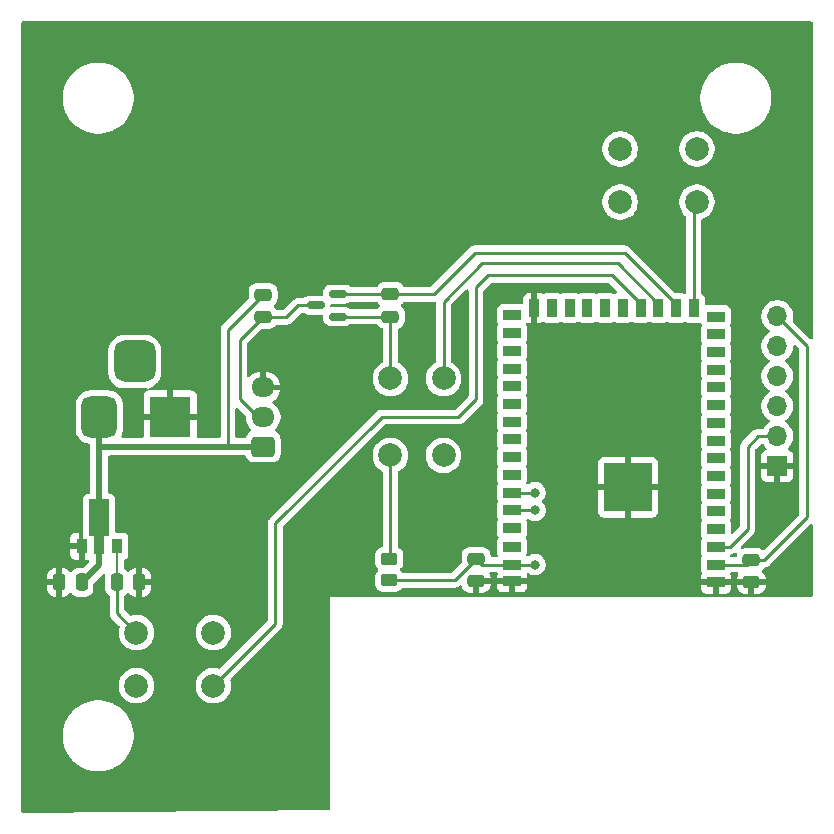
<source format=gtl>
G04 #@! TF.GenerationSoftware,KiCad,Pcbnew,9.0.1*
G04 #@! TF.CreationDate,2025-05-08T20:40:16+10:00*
G04 #@! TF.ProjectId,MooresESP32,4d6f6f72-6573-4455-9350-33322e6b6963,rev?*
G04 #@! TF.SameCoordinates,Original*
G04 #@! TF.FileFunction,Copper,L1,Top*
G04 #@! TF.FilePolarity,Positive*
%FSLAX46Y46*%
G04 Gerber Fmt 4.6, Leading zero omitted, Abs format (unit mm)*
G04 Created by KiCad (PCBNEW 9.0.1) date 2025-05-08 20:40:16*
%MOMM*%
%LPD*%
G01*
G04 APERTURE LIST*
G04 Aperture macros list*
%AMRoundRect*
0 Rectangle with rounded corners*
0 $1 Rounding radius*
0 $2 $3 $4 $5 $6 $7 $8 $9 X,Y pos of 4 corners*
0 Add a 4 corners polygon primitive as box body*
4,1,4,$2,$3,$4,$5,$6,$7,$8,$9,$2,$3,0*
0 Add four circle primitives for the rounded corners*
1,1,$1+$1,$2,$3*
1,1,$1+$1,$4,$5*
1,1,$1+$1,$6,$7*
1,1,$1+$1,$8,$9*
0 Add four rect primitives between the rounded corners*
20,1,$1+$1,$2,$3,$4,$5,0*
20,1,$1+$1,$4,$5,$6,$7,0*
20,1,$1+$1,$6,$7,$8,$9,0*
20,1,$1+$1,$8,$9,$2,$3,0*%
%AMFreePoly0*
4,1,9,3.862500,-0.866500,0.737500,-0.866500,0.737500,-0.450000,-0.737500,-0.450000,-0.737500,0.450000,0.737500,0.450000,0.737500,0.866500,3.862500,0.866500,3.862500,-0.866500,3.862500,-0.866500,$1*%
G04 Aperture macros list end*
G04 #@! TA.AperFunction,Conductor*
%ADD10C,0.200000*%
G04 #@! TD*
G04 #@! TA.AperFunction,SMDPad,CuDef*
%ADD11RoundRect,0.250000X-0.475000X0.250000X-0.475000X-0.250000X0.475000X-0.250000X0.475000X0.250000X0*%
G04 #@! TD*
G04 #@! TA.AperFunction,SMDPad,CuDef*
%ADD12RoundRect,0.150000X0.587500X0.150000X-0.587500X0.150000X-0.587500X-0.150000X0.587500X-0.150000X0*%
G04 #@! TD*
G04 #@! TA.AperFunction,SMDPad,CuDef*
%ADD13RoundRect,0.250000X-0.250000X-0.475000X0.250000X-0.475000X0.250000X0.475000X-0.250000X0.475000X0*%
G04 #@! TD*
G04 #@! TA.AperFunction,ComponentPad*
%ADD14C,2.000000*%
G04 #@! TD*
G04 #@! TA.AperFunction,ComponentPad*
%ADD15R,1.700000X1.700000*%
G04 #@! TD*
G04 #@! TA.AperFunction,ComponentPad*
%ADD16O,1.700000X1.700000*%
G04 #@! TD*
G04 #@! TA.AperFunction,SMDPad,CuDef*
%ADD17RoundRect,0.250000X0.475000X-0.250000X0.475000X0.250000X-0.475000X0.250000X-0.475000X-0.250000X0*%
G04 #@! TD*
G04 #@! TA.AperFunction,SMDPad,CuDef*
%ADD18R,0.900000X1.300000*%
G04 #@! TD*
G04 #@! TA.AperFunction,SMDPad,CuDef*
%ADD19FreePoly0,90.000000*%
G04 #@! TD*
G04 #@! TA.AperFunction,SMDPad,CuDef*
%ADD20R,1.500000X0.900000*%
G04 #@! TD*
G04 #@! TA.AperFunction,SMDPad,CuDef*
%ADD21R,0.900000X1.500000*%
G04 #@! TD*
G04 #@! TA.AperFunction,SMDPad,CuDef*
%ADD22R,4.100000X4.100000*%
G04 #@! TD*
G04 #@! TA.AperFunction,SMDPad,CuDef*
%ADD23RoundRect,0.250000X-0.450000X0.262500X-0.450000X-0.262500X0.450000X-0.262500X0.450000X0.262500X0*%
G04 #@! TD*
G04 #@! TA.AperFunction,SMDPad,CuDef*
%ADD24RoundRect,0.250000X0.250000X0.475000X-0.250000X0.475000X-0.250000X-0.475000X0.250000X-0.475000X0*%
G04 #@! TD*
G04 #@! TA.AperFunction,ComponentPad*
%ADD25R,3.500000X3.500000*%
G04 #@! TD*
G04 #@! TA.AperFunction,ComponentPad*
%ADD26RoundRect,0.750000X-0.750000X-1.000000X0.750000X-1.000000X0.750000X1.000000X-0.750000X1.000000X0*%
G04 #@! TD*
G04 #@! TA.AperFunction,ComponentPad*
%ADD27RoundRect,0.875000X-0.875000X-0.875000X0.875000X-0.875000X0.875000X0.875000X-0.875000X0.875000X0*%
G04 #@! TD*
G04 #@! TA.AperFunction,ComponentPad*
%ADD28RoundRect,0.250000X0.725000X-0.600000X0.725000X0.600000X-0.725000X0.600000X-0.725000X-0.600000X0*%
G04 #@! TD*
G04 #@! TA.AperFunction,ComponentPad*
%ADD29O,1.950000X1.700000*%
G04 #@! TD*
G04 #@! TA.AperFunction,ViaPad*
%ADD30C,0.800000*%
G04 #@! TD*
G04 #@! TA.AperFunction,Conductor*
%ADD31C,0.250000*%
G04 #@! TD*
G04 #@! TA.AperFunction,Conductor*
%ADD32C,0.500000*%
G04 #@! TD*
G04 APERTURE END LIST*
D10*
G04 #@! TO.N,+3V3*
X123100000Y-116000000D02*
X123100000Y-119000000D01*
G04 #@! TD*
D11*
G04 #@! TO.P,R1,1*
G04 #@! TO.N,DATA*
X146250000Y-94600000D03*
G04 #@! TO.P,R1,2*
G04 #@! TO.N,+3V3*
X146250000Y-96500000D03*
G04 #@! TD*
D12*
G04 #@! TO.P,Q1,1,G*
G04 #@! TO.N,+3V3*
X141796250Y-96500000D03*
G04 #@! TO.P,Q1,2,S*
G04 #@! TO.N,DATA*
X141796250Y-94600000D03*
G04 #@! TO.P,Q1,3,D*
G04 #@! TO.N,Net-(J3-Pin_2)*
X139921250Y-95550000D03*
G04 #@! TD*
D13*
G04 #@! TO.P,C2,1*
G04 #@! TO.N,+3V3*
X123100000Y-119000000D03*
G04 #@! TO.P,C2,2*
G04 #@! TO.N,GND*
X125000000Y-119000000D03*
G04 #@! TD*
D14*
G04 #@! TO.P,SW1,1,1*
G04 #@! TO.N,+3V3*
X165700000Y-82300000D03*
X172200000Y-82300000D03*
G04 #@! TO.P,SW1,2,2*
G04 #@! TO.N,BUTTON_1*
X165700000Y-86800000D03*
X172200000Y-86800000D03*
G04 #@! TD*
D15*
G04 #@! TO.P,J8,1,Pin_1*
G04 #@! TO.N,GND*
X179000000Y-109160000D03*
D16*
G04 #@! TO.P,J8,2,Pin_2*
G04 #@! TO.N,BOOT*
X179000000Y-106620000D03*
G04 #@! TO.P,J8,3,Pin_3*
G04 #@! TO.N,EN*
X179000000Y-104080000D03*
G04 #@! TO.P,J8,4,Pin_4*
G04 #@! TO.N,RX*
X179000000Y-101540000D03*
G04 #@! TO.P,J8,5,Pin_5*
G04 #@! TO.N,TX*
X179000000Y-99000000D03*
G04 #@! TO.P,J8,6,Pin_6*
G04 #@! TO.N,+3V3*
X179000000Y-96460000D03*
G04 #@! TD*
D17*
G04 #@! TO.P,R2,1*
G04 #@! TO.N,Net-(J3-Pin_2)*
X135467500Y-96550000D03*
G04 #@! TO.P,R2,2*
G04 #@! TO.N,+5V*
X135467500Y-94650000D03*
G04 #@! TD*
D14*
G04 #@! TO.P,SW2,1,1*
G04 #@! TO.N,+3V3*
X146250000Y-108239902D03*
X146250000Y-101739902D03*
G04 #@! TO.P,SW2,2,2*
G04 #@! TO.N,BUTTON_2*
X150750000Y-108239902D03*
X150750000Y-101739902D03*
G04 #@! TD*
D18*
G04 #@! TO.P,U1,1,GND*
G04 #@! TO.N,GND*
X120100000Y-115950000D03*
D19*
G04 #@! TO.P,U1,2,VI*
G04 #@! TO.N,+5V*
X121600000Y-115862500D03*
D18*
G04 #@! TO.P,U1,3,VO*
G04 #@! TO.N,+3V3*
X123100000Y-115950000D03*
G04 #@! TD*
D20*
G04 #@! TO.P,U4,1,GND*
G04 #@! TO.N,GND*
X173800000Y-119000000D03*
G04 #@! TO.P,U4,2,3V3*
G04 #@! TO.N,+3V3*
X173800000Y-117500000D03*
G04 #@! TO.P,U4,3,IO00*
G04 #@! TO.N,BOOT*
X173800000Y-116000000D03*
G04 #@! TO.P,U4,4,IO01*
G04 #@! TO.N,unconnected-(U4-IO01-Pad4)*
X173800000Y-114500000D03*
G04 #@! TO.P,U4,5,IO02*
G04 #@! TO.N,unconnected-(U4-IO02-Pad5)*
X173800000Y-113000000D03*
G04 #@! TO.P,U4,6,IO03*
G04 #@! TO.N,unconnected-(U4-IO03-Pad6)*
X173800000Y-111500000D03*
G04 #@! TO.P,U4,7,IO04*
G04 #@! TO.N,unconnected-(U4-IO04-Pad7)*
X173800000Y-110000000D03*
G04 #@! TO.P,U4,8,IO05*
G04 #@! TO.N,unconnected-(U4-IO05-Pad8)*
X173800000Y-108500000D03*
G04 #@! TO.P,U4,9,IO06*
G04 #@! TO.N,unconnected-(U4-IO06-Pad9)*
X173800000Y-107000000D03*
G04 #@! TO.P,U4,10,IO07*
G04 #@! TO.N,unconnected-(U4-IO07-Pad10)*
X173800000Y-105500000D03*
G04 #@! TO.P,U4,11,IO08*
G04 #@! TO.N,unconnected-(U4-IO08-Pad11)*
X173800000Y-104000000D03*
G04 #@! TO.P,U4,12,IO09*
G04 #@! TO.N,unconnected-(U4-IO09-Pad12)*
X173800000Y-102500000D03*
G04 #@! TO.P,U4,13,IO10*
G04 #@! TO.N,unconnected-(U4-IO10-Pad13)*
X173800000Y-101000000D03*
G04 #@! TO.P,U4,14,IO11*
G04 #@! TO.N,unconnected-(U4-IO11-Pad14)*
X173800000Y-99500000D03*
G04 #@! TO.P,U4,15,IO12*
G04 #@! TO.N,unconnected-(U4-IO12-Pad15)*
X173800000Y-98000000D03*
G04 #@! TO.P,U4,16,IO13*
G04 #@! TO.N,unconnected-(U4-IO13-Pad16)*
X173800000Y-96500000D03*
D21*
G04 #@! TO.P,U4,17,IO14*
G04 #@! TO.N,BUTTON_1*
X171925000Y-95750000D03*
G04 #@! TO.P,U4,18,IO15*
G04 #@! TO.N,DATA*
X170425000Y-95750000D03*
G04 #@! TO.P,U4,19,IO16*
G04 #@! TO.N,BUTTON_2*
X168925000Y-95750000D03*
G04 #@! TO.P,U4,20,IO17*
G04 #@! TO.N,BUTTON_3*
X167425000Y-95750000D03*
G04 #@! TO.P,U4,21,IO18*
G04 #@! TO.N,unconnected-(U4-IO18-Pad21)*
X165925000Y-95750000D03*
G04 #@! TO.P,U4,22,USB_D-*
G04 #@! TO.N,unconnected-(U4-USB_D--Pad22)*
X164425000Y-95750000D03*
G04 #@! TO.P,U4,23,USB_D+*
G04 #@! TO.N,unconnected-(U4-USB_D+-Pad23)*
X162925000Y-95750000D03*
G04 #@! TO.P,U4,24,IO21*
G04 #@! TO.N,unconnected-(U4-IO21-Pad24)*
X161425000Y-95750000D03*
G04 #@! TO.P,U4,25,IO26*
G04 #@! TO.N,unconnected-(U4-IO26-Pad25)*
X159925000Y-95750000D03*
G04 #@! TO.P,U4,26,GND*
G04 #@! TO.N,GND*
X158425000Y-95750000D03*
D20*
G04 #@! TO.P,U4,27,IO33*
G04 #@! TO.N,unconnected-(U4-IO33-Pad27)*
X156550000Y-96400000D03*
G04 #@! TO.P,U4,28,IO34*
G04 #@! TO.N,unconnected-(U4-IO34-Pad28)*
X156550000Y-97900000D03*
G04 #@! TO.P,U4,29,IO35*
G04 #@! TO.N,unconnected-(U4-IO35-Pad29)*
X156550000Y-99400000D03*
G04 #@! TO.P,U4,30,IO36*
G04 #@! TO.N,unconnected-(U4-IO36-Pad30)*
X156550000Y-100900000D03*
G04 #@! TO.P,U4,31,IO37*
G04 #@! TO.N,unconnected-(U4-IO37-Pad31)*
X156550000Y-102400000D03*
G04 #@! TO.P,U4,32,IO38*
G04 #@! TO.N,unconnected-(U4-IO38-Pad32)*
X156550000Y-103900000D03*
G04 #@! TO.P,U4,33,IO39*
G04 #@! TO.N,unconnected-(U4-IO39-Pad33)*
X156550000Y-105400000D03*
G04 #@! TO.P,U4,34,IO40*
G04 #@! TO.N,unconnected-(U4-IO40-Pad34)*
X156550000Y-106900000D03*
G04 #@! TO.P,U4,35,IO41*
G04 #@! TO.N,unconnected-(U4-IO41-Pad35)*
X156550000Y-108400000D03*
G04 #@! TO.P,U4,36,IO42*
G04 #@! TO.N,unconnected-(U4-IO42-Pad36)*
X156550000Y-109900000D03*
G04 #@! TO.P,U4,37,TXD0*
G04 #@! TO.N,TX*
X156550000Y-111400000D03*
G04 #@! TO.P,U4,38,RXD0*
G04 #@! TO.N,RX*
X156550000Y-112900000D03*
G04 #@! TO.P,U4,39,IO45*
G04 #@! TO.N,unconnected-(U4-IO45-Pad39)*
X156550000Y-114400000D03*
G04 #@! TO.P,U4,40,IO46*
G04 #@! TO.N,unconnected-(U4-IO46-Pad40)*
X156550000Y-116000000D03*
G04 #@! TO.P,U4,41,EN*
G04 #@! TO.N,EN*
X156550000Y-117500000D03*
G04 #@! TO.P,U4,42,GND*
G04 #@! TO.N,GND*
X156550000Y-118900000D03*
D22*
G04 #@! TO.P,U4,43,GND*
X166365000Y-110960000D03*
G04 #@! TD*
D11*
G04 #@! TO.P,C7,1*
G04 #@! TO.N,+3V3*
X176800000Y-117100000D03*
G04 #@! TO.P,C7,2*
G04 #@! TO.N,GND*
X176800000Y-119000000D03*
G04 #@! TD*
D23*
G04 #@! TO.P,R13,1*
G04 #@! TO.N,+3V3*
X146150000Y-117000000D03*
G04 #@! TO.P,R13,2*
G04 #@! TO.N,EN*
X146150000Y-118825000D03*
G04 #@! TD*
D14*
G04 #@! TO.P,SW3,1,1*
G04 #@! TO.N,+3V3*
X124750000Y-123250000D03*
X131250000Y-123250000D03*
G04 #@! TO.P,SW3,2,2*
G04 #@! TO.N,BUTTON_3*
X124750000Y-127750000D03*
X131250000Y-127750000D03*
G04 #@! TD*
D11*
G04 #@! TO.P,C5,1*
G04 #@! TO.N,EN*
X153500000Y-117000000D03*
G04 #@! TO.P,C5,2*
G04 #@! TO.N,GND*
X153500000Y-118900000D03*
G04 #@! TD*
D24*
G04 #@! TO.P,C1,1*
G04 #@! TO.N,+5V*
X120100000Y-119000000D03*
G04 #@! TO.P,C1,2*
G04 #@! TO.N,GND*
X118200000Y-119000000D03*
G04 #@! TD*
D25*
G04 #@! TO.P,J1,1*
G04 #@! TO.N,GND*
X127600000Y-105000000D03*
D26*
G04 #@! TO.P,J1,2*
G04 #@! TO.N,+5V*
X121600000Y-105000000D03*
D27*
G04 #@! TO.P,J1,3*
G04 #@! TO.N,unconnected-(J1-Pad3)*
X124600000Y-100300000D03*
G04 #@! TD*
D28*
G04 #@! TO.P,J3,1,Pin_1*
G04 #@! TO.N,+5V*
X135467500Y-107500000D03*
D29*
G04 #@! TO.P,J3,2,Pin_2*
G04 #@! TO.N,Net-(J3-Pin_2)*
X135467500Y-105000000D03*
G04 #@! TO.P,J3,3,Pin_3*
G04 #@! TO.N,GND*
X135467500Y-102500000D03*
G04 #@! TD*
D30*
G04 #@! TO.N,EN*
X158500000Y-117500000D03*
G04 #@! TO.N,RX*
X158500000Y-112900000D03*
G04 #@! TO.N,TX*
X158500000Y-111400000D03*
G04 #@! TD*
D31*
G04 #@! TO.N,+5V*
X135467500Y-107967500D02*
X135467500Y-107500000D01*
X132500000Y-97617500D02*
X132500000Y-107500000D01*
X135467500Y-94650000D02*
X132500000Y-97617500D01*
D32*
X121600000Y-107500000D02*
X121600000Y-115862500D01*
X135467500Y-107500000D02*
X132500000Y-107500000D01*
X121600000Y-115862500D02*
X121600000Y-117500000D01*
X121600000Y-105000000D02*
X121600000Y-107500000D01*
X132500000Y-107500000D02*
X121600000Y-107500000D01*
X121600000Y-117500000D02*
X120100000Y-119000000D01*
D31*
G04 #@! TO.N,+3V3*
X176400000Y-117500000D02*
X176800000Y-117100000D01*
X146250000Y-108239902D02*
X146250000Y-116900000D01*
X179000000Y-96460000D02*
X181500000Y-99000000D01*
X123100000Y-119000000D02*
X123100000Y-121600000D01*
X123350000Y-119250000D02*
X123100000Y-119000000D01*
X177900000Y-117100000D02*
X176800000Y-117100000D01*
X173800000Y-117500000D02*
X176400000Y-117500000D01*
X181500000Y-113500000D02*
X177900000Y-117100000D01*
X146250000Y-96500000D02*
X146250000Y-101739902D01*
X141796250Y-96500000D02*
X146250000Y-96500000D01*
X181500000Y-99000000D02*
X181500000Y-113500000D01*
X123100000Y-121600000D02*
X124750000Y-123250000D01*
X146250000Y-116900000D02*
X146150000Y-117000000D01*
G04 #@! TO.N,EN*
X153500000Y-117000000D02*
X151675000Y-118825000D01*
X151675000Y-118825000D02*
X146150000Y-118825000D01*
X156550000Y-117500000D02*
X154000000Y-117500000D01*
X156550000Y-117500000D02*
X158500000Y-117500000D01*
X154000000Y-117500000D02*
X153500000Y-117000000D01*
G04 #@! TO.N,BOOT*
X176500000Y-107500000D02*
X176500000Y-114500000D01*
X175000000Y-116000000D02*
X173800000Y-116000000D01*
X173800000Y-116000000D02*
X174100000Y-116000000D01*
X179000000Y-106620000D02*
X177380000Y-106620000D01*
X177380000Y-106620000D02*
X176500000Y-107500000D01*
X176500000Y-114500000D02*
X175000000Y-116000000D01*
G04 #@! TO.N,BUTTON_1*
X171925000Y-95750000D02*
X171925000Y-87075000D01*
X171925000Y-87075000D02*
X172200000Y-86800000D01*
G04 #@! TO.N,BUTTON_2*
X150750000Y-95250000D02*
X154000000Y-92000000D01*
X150750000Y-101750000D02*
X150750000Y-95250000D01*
X154000000Y-92000000D02*
X165525000Y-92000000D01*
X165525000Y-92000000D02*
X168925000Y-95400000D01*
X168925000Y-95400000D02*
X168925000Y-95750000D01*
G04 #@! TO.N,BUTTON_3*
X167425000Y-95450000D02*
X167425000Y-95750000D01*
X145500000Y-105000000D02*
X152000000Y-105000000D01*
X136500000Y-122500000D02*
X136500000Y-114000000D01*
X164975000Y-93000000D02*
X167425000Y-95450000D01*
X153500000Y-103500000D02*
X153500000Y-94000000D01*
X131250000Y-127750000D02*
X136500000Y-122500000D01*
X152000000Y-105000000D02*
X153500000Y-103500000D01*
X154500000Y-93000000D02*
X164975000Y-93000000D01*
X136500000Y-114000000D02*
X145500000Y-105000000D01*
X153500000Y-94000000D02*
X154500000Y-93000000D01*
G04 #@! TO.N,RX*
X156550000Y-112900000D02*
X158500000Y-112900000D01*
G04 #@! TO.N,TX*
X156550000Y-111400000D02*
X158500000Y-111400000D01*
G04 #@! TO.N,Net-(J3-Pin_2)*
X135467500Y-105000000D02*
X135000000Y-105000000D01*
X135000000Y-105000000D02*
X133500000Y-103500000D01*
X138450000Y-95550000D02*
X139921250Y-95550000D01*
X133500000Y-103500000D02*
X133500000Y-98517500D01*
X135467500Y-96550000D02*
X137450000Y-96550000D01*
X133500000Y-98517500D02*
X135467500Y-96550000D01*
X137450000Y-96550000D02*
X138450000Y-95550000D01*
G04 #@! TO.N,DATA*
X149900000Y-94600000D02*
X153400000Y-91100000D01*
X166075000Y-91100000D02*
X170425000Y-95450000D01*
X141796250Y-94600000D02*
X146250000Y-94600000D01*
X170425000Y-95450000D02*
X170425000Y-95750000D01*
X153400000Y-91100000D02*
X166075000Y-91100000D01*
X146250000Y-94600000D02*
X149900000Y-94600000D01*
G04 #@! TD*
G04 #@! TA.AperFunction,Conductor*
G04 #@! TO.N,GND*
G36*
X181942539Y-71520185D02*
G01*
X181988294Y-71572989D01*
X181999500Y-71624500D01*
X181999500Y-98313041D01*
X181979815Y-98380080D01*
X181927011Y-98425835D01*
X181857853Y-98435779D01*
X181794297Y-98406754D01*
X181787126Y-98400024D01*
X180956289Y-97555894D01*
X180338224Y-96927939D01*
X180305227Y-96866354D01*
X180308668Y-96802640D01*
X180317246Y-96776243D01*
X180350500Y-96566287D01*
X180350500Y-96353713D01*
X180317246Y-96143757D01*
X180251557Y-95941588D01*
X180155051Y-95752184D01*
X180155049Y-95752181D01*
X180155048Y-95752179D01*
X180030109Y-95580213D01*
X179879786Y-95429890D01*
X179707820Y-95304951D01*
X179518414Y-95208444D01*
X179518413Y-95208443D01*
X179518412Y-95208443D01*
X179316243Y-95142754D01*
X179316241Y-95142753D01*
X179316240Y-95142753D01*
X179154957Y-95117208D01*
X179106287Y-95109500D01*
X178893713Y-95109500D01*
X178845042Y-95117208D01*
X178683760Y-95142753D01*
X178481585Y-95208444D01*
X178292179Y-95304951D01*
X178120213Y-95429890D01*
X177969890Y-95580213D01*
X177844951Y-95752179D01*
X177748444Y-95941585D01*
X177682753Y-96143760D01*
X177673849Y-96199980D01*
X177649500Y-96353713D01*
X177649500Y-96566287D01*
X177682754Y-96776243D01*
X177745415Y-96969094D01*
X177748444Y-96978414D01*
X177844951Y-97167820D01*
X177969890Y-97339786D01*
X178120213Y-97490109D01*
X178292182Y-97615050D01*
X178300946Y-97619516D01*
X178351742Y-97667491D01*
X178368536Y-97735312D01*
X178345998Y-97801447D01*
X178300946Y-97840484D01*
X178292182Y-97844949D01*
X178120213Y-97969890D01*
X177969890Y-98120213D01*
X177844951Y-98292179D01*
X177748444Y-98481585D01*
X177682753Y-98683760D01*
X177649500Y-98893713D01*
X177649500Y-99106286D01*
X177681285Y-99306973D01*
X177682754Y-99316243D01*
X177687674Y-99331386D01*
X177748444Y-99518414D01*
X177844951Y-99707820D01*
X177969890Y-99879786D01*
X178120213Y-100030109D01*
X178292182Y-100155050D01*
X178300946Y-100159516D01*
X178351742Y-100207491D01*
X178368536Y-100275312D01*
X178345998Y-100341447D01*
X178300946Y-100380484D01*
X178292182Y-100384949D01*
X178120213Y-100509890D01*
X177969890Y-100660213D01*
X177844951Y-100832179D01*
X177748444Y-101021585D01*
X177682753Y-101223760D01*
X177655176Y-101397876D01*
X177649500Y-101433713D01*
X177649500Y-101646287D01*
X177658211Y-101701285D01*
X177675060Y-101807669D01*
X177682754Y-101856243D01*
X177748104Y-102057370D01*
X177748444Y-102058414D01*
X177844951Y-102247820D01*
X177969890Y-102419786D01*
X178120213Y-102570109D01*
X178292182Y-102695050D01*
X178300946Y-102699516D01*
X178351742Y-102747491D01*
X178368536Y-102815312D01*
X178345998Y-102881447D01*
X178300946Y-102920484D01*
X178292182Y-102924949D01*
X178120213Y-103049890D01*
X177969890Y-103200213D01*
X177844951Y-103372179D01*
X177748444Y-103561585D01*
X177682753Y-103763760D01*
X177649500Y-103973713D01*
X177649500Y-104186286D01*
X177679779Y-104377463D01*
X177682754Y-104396243D01*
X177746467Y-104592331D01*
X177748444Y-104598414D01*
X177844951Y-104787820D01*
X177969890Y-104959786D01*
X178120213Y-105110109D01*
X178292182Y-105235050D01*
X178300946Y-105239516D01*
X178351742Y-105287491D01*
X178368536Y-105355312D01*
X178345998Y-105421447D01*
X178300946Y-105460484D01*
X178292182Y-105464949D01*
X178120213Y-105589890D01*
X177969890Y-105740213D01*
X177844950Y-105912180D01*
X177837503Y-105926797D01*
X177789527Y-105977592D01*
X177727019Y-105994500D01*
X177318393Y-105994500D01*
X177301440Y-105997872D01*
X177301439Y-105997871D01*
X177197555Y-106018535D01*
X177197541Y-106018539D01*
X177169622Y-106030103D01*
X177169623Y-106030104D01*
X177083713Y-106065688D01*
X177083714Y-106065689D01*
X176981268Y-106134140D01*
X176956556Y-106158853D01*
X176894142Y-106221267D01*
X176894139Y-106221270D01*
X176101270Y-107014139D01*
X176101267Y-107014142D01*
X176057704Y-107057704D01*
X176014142Y-107101266D01*
X175985251Y-107144505D01*
X175985250Y-107144504D01*
X175945689Y-107203712D01*
X175945685Y-107203719D01*
X175913640Y-107281085D01*
X175898538Y-107317543D01*
X175898538Y-107317545D01*
X175898537Y-107317548D01*
X175882558Y-107397883D01*
X175874500Y-107438396D01*
X175874500Y-114189547D01*
X175854815Y-114256586D01*
X175838181Y-114277228D01*
X175262180Y-114853228D01*
X175200857Y-114886713D01*
X175131165Y-114881729D01*
X175075232Y-114839857D01*
X175050815Y-114774393D01*
X175050499Y-114765568D01*
X175050499Y-114002128D01*
X175044091Y-113942517D01*
X174993796Y-113807669D01*
X174993794Y-113807666D01*
X174990696Y-113799360D01*
X174992426Y-113798714D01*
X174979902Y-113741163D01*
X174991691Y-113701011D01*
X174990696Y-113700640D01*
X174993794Y-113692333D01*
X174993796Y-113692331D01*
X175044091Y-113557483D01*
X175050500Y-113497873D01*
X175050499Y-112502128D01*
X175044091Y-112442517D01*
X174993796Y-112307669D01*
X174993794Y-112307666D01*
X174990696Y-112299360D01*
X174992426Y-112298714D01*
X174979902Y-112241163D01*
X174991691Y-112201011D01*
X174990696Y-112200640D01*
X174993794Y-112192333D01*
X174993796Y-112192331D01*
X175044091Y-112057483D01*
X175050500Y-111997873D01*
X175050499Y-111002128D01*
X175044091Y-110942517D01*
X174993796Y-110807669D01*
X174993794Y-110807666D01*
X174990696Y-110799360D01*
X174992426Y-110798714D01*
X174979902Y-110741163D01*
X174991691Y-110701011D01*
X174990696Y-110700640D01*
X174993794Y-110692333D01*
X174993796Y-110692331D01*
X175044091Y-110557483D01*
X175050500Y-110497873D01*
X175050499Y-109502128D01*
X175044091Y-109442517D01*
X174993796Y-109307669D01*
X174993794Y-109307666D01*
X174990696Y-109299360D01*
X174992426Y-109298714D01*
X174979902Y-109241163D01*
X174991691Y-109201011D01*
X174990696Y-109200640D01*
X174993794Y-109192333D01*
X174993796Y-109192331D01*
X175044091Y-109057483D01*
X175050500Y-108997873D01*
X175050499Y-108002128D01*
X175044091Y-107942517D01*
X174993796Y-107807669D01*
X174993794Y-107807666D01*
X174990696Y-107799360D01*
X174992426Y-107798714D01*
X174979902Y-107741163D01*
X174991691Y-107701011D01*
X174990696Y-107700640D01*
X174993794Y-107692333D01*
X174993796Y-107692331D01*
X175044091Y-107557483D01*
X175050500Y-107497873D01*
X175050499Y-106502128D01*
X175044091Y-106442517D01*
X174993796Y-106307669D01*
X174993794Y-106307666D01*
X174990696Y-106299360D01*
X174992426Y-106298714D01*
X174979902Y-106241163D01*
X174991691Y-106201011D01*
X174990696Y-106200640D01*
X174993794Y-106192333D01*
X174993796Y-106192331D01*
X175044091Y-106057483D01*
X175050500Y-105997873D01*
X175050499Y-105002128D01*
X175044091Y-104942517D01*
X174993796Y-104807669D01*
X174993794Y-104807666D01*
X174990696Y-104799360D01*
X174992426Y-104798714D01*
X174979902Y-104741163D01*
X174991691Y-104701011D01*
X174990696Y-104700640D01*
X174993794Y-104692333D01*
X174993796Y-104692331D01*
X175044091Y-104557483D01*
X175050500Y-104497873D01*
X175050499Y-103502128D01*
X175044091Y-103442517D01*
X174993796Y-103307669D01*
X174993794Y-103307666D01*
X174990696Y-103299360D01*
X174992426Y-103298714D01*
X174979902Y-103241163D01*
X174991691Y-103201011D01*
X174990696Y-103200640D01*
X174993794Y-103192333D01*
X174993796Y-103192331D01*
X175044091Y-103057483D01*
X175050500Y-102997873D01*
X175050499Y-102002128D01*
X175044091Y-101942517D01*
X174993796Y-101807669D01*
X174993794Y-101807666D01*
X174990696Y-101799360D01*
X174992426Y-101798714D01*
X174979902Y-101741163D01*
X174991691Y-101701011D01*
X174990696Y-101700640D01*
X174993794Y-101692333D01*
X174993796Y-101692331D01*
X175044091Y-101557483D01*
X175050500Y-101497873D01*
X175050499Y-100502128D01*
X175044091Y-100442517D01*
X174993796Y-100307669D01*
X174993794Y-100307666D01*
X174990696Y-100299360D01*
X174992426Y-100298714D01*
X174979902Y-100241163D01*
X174991691Y-100201011D01*
X174990696Y-100200640D01*
X174993794Y-100192333D01*
X174993796Y-100192331D01*
X175044091Y-100057483D01*
X175050500Y-99997873D01*
X175050499Y-99002128D01*
X175044091Y-98942517D01*
X174993796Y-98807669D01*
X174993794Y-98807666D01*
X174990696Y-98799360D01*
X174992426Y-98798714D01*
X174979902Y-98741163D01*
X174991691Y-98701011D01*
X174990696Y-98700640D01*
X174993794Y-98692333D01*
X174993796Y-98692331D01*
X175044091Y-98557483D01*
X175050500Y-98497873D01*
X175050499Y-97502128D01*
X175044091Y-97442517D01*
X174993796Y-97307669D01*
X174993794Y-97307666D01*
X174990696Y-97299360D01*
X174992426Y-97298714D01*
X174979902Y-97241163D01*
X174991691Y-97201011D01*
X174990696Y-97200640D01*
X174993794Y-97192333D01*
X174993796Y-97192331D01*
X175044091Y-97057483D01*
X175050500Y-96997873D01*
X175050499Y-96002128D01*
X175044091Y-95942517D01*
X175043743Y-95941585D01*
X174993797Y-95807671D01*
X174993793Y-95807664D01*
X174907547Y-95692455D01*
X174907544Y-95692452D01*
X174792335Y-95606206D01*
X174792328Y-95606202D01*
X174657482Y-95555908D01*
X174657483Y-95555908D01*
X174597883Y-95549501D01*
X174597881Y-95549500D01*
X174597873Y-95549500D01*
X174597865Y-95549500D01*
X172999499Y-95549500D01*
X172932460Y-95529815D01*
X172886705Y-95477011D01*
X172875499Y-95425500D01*
X172875499Y-94952128D01*
X172875498Y-94952123D01*
X172875112Y-94948535D01*
X172869091Y-94892517D01*
X172865138Y-94881919D01*
X172818797Y-94757671D01*
X172818793Y-94757664D01*
X172732547Y-94642455D01*
X172732544Y-94642452D01*
X172617329Y-94556202D01*
X172615068Y-94554967D01*
X172613246Y-94553145D01*
X172610231Y-94550888D01*
X172610555Y-94550454D01*
X172565665Y-94505559D01*
X172550500Y-94446138D01*
X172550500Y-88353926D01*
X172570185Y-88286887D01*
X172622989Y-88241132D01*
X172636179Y-88235996D01*
X172775992Y-88190568D01*
X172986433Y-88083343D01*
X173177510Y-87944517D01*
X173344517Y-87777510D01*
X173483343Y-87586433D01*
X173590568Y-87375992D01*
X173663553Y-87151368D01*
X173700500Y-86918097D01*
X173700500Y-86681902D01*
X173663553Y-86448631D01*
X173590566Y-86224003D01*
X173483342Y-86013566D01*
X173344517Y-85822490D01*
X173177510Y-85655483D01*
X172986433Y-85516657D01*
X172775996Y-85409433D01*
X172551368Y-85336446D01*
X172318097Y-85299500D01*
X172318092Y-85299500D01*
X172081908Y-85299500D01*
X172081903Y-85299500D01*
X171848631Y-85336446D01*
X171624003Y-85409433D01*
X171413566Y-85516657D01*
X171304550Y-85595862D01*
X171222490Y-85655483D01*
X171222488Y-85655485D01*
X171222487Y-85655485D01*
X171055485Y-85822487D01*
X171055485Y-85822488D01*
X171055483Y-85822490D01*
X170995862Y-85904550D01*
X170916657Y-86013566D01*
X170809433Y-86224003D01*
X170736446Y-86448631D01*
X170699500Y-86681902D01*
X170699500Y-86918097D01*
X170736446Y-87151368D01*
X170809433Y-87375996D01*
X170916657Y-87586433D01*
X171055483Y-87777510D01*
X171222490Y-87944517D01*
X171248385Y-87963331D01*
X171291050Y-88018658D01*
X171299500Y-88063648D01*
X171299500Y-94446138D01*
X171295704Y-94459063D01*
X171296665Y-94472500D01*
X171286053Y-94491932D01*
X171279815Y-94513177D01*
X171268905Y-94523334D01*
X171263178Y-94533822D01*
X171234923Y-94554972D01*
X171234423Y-94555245D01*
X171166150Y-94570095D01*
X171126011Y-94558310D01*
X171125641Y-94559303D01*
X170982482Y-94505908D01*
X170982483Y-94505908D01*
X170922883Y-94499501D01*
X170922881Y-94499500D01*
X170922873Y-94499500D01*
X170922865Y-94499500D01*
X170410452Y-94499500D01*
X170343413Y-94479815D01*
X170322771Y-94463181D01*
X166568150Y-90708560D01*
X166560860Y-90701270D01*
X166560858Y-90701267D01*
X166473733Y-90614142D01*
X166422509Y-90579915D01*
X166371286Y-90545688D01*
X166371283Y-90545686D01*
X166371280Y-90545685D01*
X166297603Y-90515168D01*
X166297601Y-90515167D01*
X166290792Y-90512347D01*
X166257452Y-90498537D01*
X166197029Y-90486518D01*
X166192306Y-90485578D01*
X166192304Y-90485578D01*
X166136610Y-90474500D01*
X166136607Y-90474500D01*
X166136606Y-90474500D01*
X153461606Y-90474500D01*
X153338393Y-90474500D01*
X153338388Y-90474500D01*
X153217555Y-90498535D01*
X153217547Y-90498537D01*
X153103716Y-90545687D01*
X153001265Y-90614142D01*
X153001262Y-90614145D01*
X149677229Y-93938181D01*
X149615906Y-93971666D01*
X149589548Y-93974500D01*
X147444378Y-93974500D01*
X147377339Y-93954815D01*
X147338839Y-93915597D01*
X147317712Y-93881344D01*
X147193656Y-93757288D01*
X147044334Y-93665186D01*
X146877797Y-93610001D01*
X146877795Y-93610000D01*
X146775010Y-93599500D01*
X145724998Y-93599500D01*
X145724980Y-93599501D01*
X145622203Y-93610000D01*
X145622200Y-93610001D01*
X145455668Y-93665185D01*
X145455663Y-93665187D01*
X145306342Y-93757289D01*
X145182289Y-93881342D01*
X145161161Y-93915597D01*
X145109213Y-93962321D01*
X145055622Y-93974500D01*
X142879559Y-93974500D01*
X142812520Y-93954815D01*
X142791878Y-93938181D01*
X142785620Y-93931923D01*
X142785612Y-93931917D01*
X142644146Y-93848255D01*
X142644143Y-93848254D01*
X142486323Y-93802402D01*
X142486317Y-93802401D01*
X142449451Y-93799500D01*
X142449444Y-93799500D01*
X141143056Y-93799500D01*
X141143048Y-93799500D01*
X141106182Y-93802401D01*
X141106176Y-93802402D01*
X140948356Y-93848254D01*
X140948353Y-93848255D01*
X140806887Y-93931917D01*
X140806879Y-93931923D01*
X140690673Y-94048129D01*
X140690667Y-94048137D01*
X140607005Y-94189603D01*
X140607004Y-94189606D01*
X140561152Y-94347426D01*
X140561151Y-94347432D01*
X140558250Y-94384298D01*
X140558250Y-94625500D01*
X140538565Y-94692539D01*
X140485761Y-94738294D01*
X140434250Y-94749500D01*
X139268048Y-94749500D01*
X139231182Y-94752401D01*
X139231176Y-94752402D01*
X139073356Y-94798254D01*
X139073353Y-94798255D01*
X138931887Y-94881917D01*
X138931879Y-94881923D01*
X138925622Y-94888181D01*
X138864299Y-94921666D01*
X138837941Y-94924500D01*
X138517741Y-94924500D01*
X138517721Y-94924499D01*
X138511607Y-94924499D01*
X138388394Y-94924499D01*
X138287597Y-94944548D01*
X138287592Y-94944548D01*
X138267553Y-94948535D01*
X138267552Y-94948535D01*
X138263623Y-94950162D01*
X138258879Y-94952128D01*
X138258877Y-94952128D01*
X138258876Y-94952129D01*
X138153721Y-94995684D01*
X138153708Y-94995691D01*
X138051267Y-95064141D01*
X138051263Y-95064144D01*
X137227229Y-95888181D01*
X137165906Y-95921666D01*
X137139548Y-95924500D01*
X136661878Y-95924500D01*
X136594839Y-95904815D01*
X136556339Y-95865597D01*
X136535212Y-95831344D01*
X136411156Y-95707288D01*
X136408319Y-95705538D01*
X136406783Y-95703830D01*
X136405489Y-95702807D01*
X136405663Y-95702585D01*
X136361596Y-95653594D01*
X136350372Y-95584632D01*
X136378213Y-95520549D01*
X136408317Y-95494462D01*
X136411156Y-95492712D01*
X136535212Y-95368656D01*
X136627314Y-95219334D01*
X136682499Y-95052797D01*
X136693000Y-94950009D01*
X136692999Y-94349992D01*
X136692737Y-94347432D01*
X136682499Y-94247203D01*
X136682498Y-94247200D01*
X136662976Y-94188286D01*
X136627314Y-94080666D01*
X136535212Y-93931344D01*
X136411156Y-93807288D01*
X136261834Y-93715186D01*
X136095297Y-93660001D01*
X136095295Y-93660000D01*
X135992510Y-93649500D01*
X134942498Y-93649500D01*
X134942480Y-93649501D01*
X134839703Y-93660000D01*
X134839700Y-93660001D01*
X134673168Y-93715185D01*
X134673163Y-93715187D01*
X134523842Y-93807289D01*
X134399789Y-93931342D01*
X134307687Y-94080663D01*
X134307686Y-94080666D01*
X134252501Y-94247203D01*
X134252501Y-94247204D01*
X134252500Y-94247204D01*
X134242000Y-94349983D01*
X134242000Y-94939546D01*
X134222315Y-95006585D01*
X134205681Y-95027227D01*
X133135709Y-96097200D01*
X132101270Y-97131639D01*
X132101267Y-97131642D01*
X132057409Y-97175500D01*
X132014142Y-97218767D01*
X131992107Y-97251745D01*
X131980807Y-97268656D01*
X131945688Y-97321214D01*
X131933558Y-97350500D01*
X131930612Y-97357611D01*
X131930608Y-97357619D01*
X131898537Y-97435047D01*
X131898535Y-97435053D01*
X131888637Y-97484811D01*
X131888638Y-97484812D01*
X131885194Y-97502128D01*
X131877662Y-97539999D01*
X131874500Y-97555894D01*
X131874500Y-106625500D01*
X131854815Y-106692539D01*
X131802011Y-106738294D01*
X131750500Y-106749500D01*
X129974000Y-106749500D01*
X129906961Y-106729815D01*
X129861206Y-106677011D01*
X129850000Y-106625500D01*
X129850000Y-105250000D01*
X128100000Y-105250000D01*
X128100000Y-104750000D01*
X129850000Y-104750000D01*
X129850000Y-103202172D01*
X129849999Y-103202155D01*
X129843598Y-103142627D01*
X129843596Y-103142620D01*
X129793354Y-103007913D01*
X129793350Y-103007906D01*
X129707190Y-102892812D01*
X129707187Y-102892809D01*
X129592093Y-102806649D01*
X129592086Y-102806645D01*
X129457379Y-102756403D01*
X129457372Y-102756401D01*
X129397844Y-102750000D01*
X127850000Y-102750000D01*
X127850000Y-103566988D01*
X127792993Y-103534075D01*
X127665826Y-103500000D01*
X127534174Y-103500000D01*
X127407007Y-103534075D01*
X127350000Y-103566988D01*
X127350000Y-102750000D01*
X125869445Y-102750000D01*
X125802406Y-102730315D01*
X125756651Y-102677511D01*
X125746707Y-102608353D01*
X125775732Y-102544797D01*
X125834510Y-102507023D01*
X125845899Y-102504256D01*
X125846355Y-102504167D01*
X125851126Y-102503245D01*
X126070190Y-102420574D01*
X126272132Y-102302070D01*
X126451142Y-102151142D01*
X126529324Y-102058414D01*
X126602065Y-101972138D01*
X126602065Y-101972137D01*
X126602070Y-101972132D01*
X126720574Y-101770190D01*
X126803245Y-101551126D01*
X126847705Y-101321241D01*
X126850500Y-101268622D01*
X126850500Y-99331378D01*
X126847705Y-99278759D01*
X126803245Y-99048874D01*
X126720574Y-98829810D01*
X126602070Y-98627868D01*
X126602065Y-98627861D01*
X126451143Y-98448858D01*
X126451141Y-98448856D01*
X126272138Y-98297934D01*
X126272131Y-98297929D01*
X126070189Y-98179425D01*
X125979832Y-98145326D01*
X125851126Y-98096755D01*
X125851121Y-98096754D01*
X125621243Y-98052295D01*
X125568652Y-98049501D01*
X125568629Y-98049500D01*
X125568622Y-98049500D01*
X123631378Y-98049500D01*
X123631370Y-98049500D01*
X123631347Y-98049501D01*
X123578756Y-98052295D01*
X123578755Y-98052295D01*
X123348878Y-98096754D01*
X123348876Y-98096754D01*
X123348874Y-98096755D01*
X123274933Y-98124659D01*
X123129810Y-98179425D01*
X122927868Y-98297929D01*
X122927861Y-98297934D01*
X122748858Y-98448856D01*
X122748856Y-98448858D01*
X122597934Y-98627861D01*
X122597929Y-98627868D01*
X122479425Y-98829810D01*
X122430476Y-98959519D01*
X122396755Y-99048874D01*
X122396754Y-99048876D01*
X122396754Y-99048878D01*
X122352295Y-99278755D01*
X122352295Y-99278756D01*
X122349501Y-99331347D01*
X122349500Y-99331386D01*
X122349500Y-101268613D01*
X122349501Y-101268652D01*
X122352295Y-101321243D01*
X122352295Y-101321244D01*
X122386456Y-101497873D01*
X122396755Y-101551126D01*
X122437409Y-101658853D01*
X122479425Y-101770189D01*
X122597929Y-101972131D01*
X122597934Y-101972138D01*
X122748856Y-102151141D01*
X122748858Y-102151143D01*
X122927861Y-102302065D01*
X122927868Y-102302070D01*
X123129810Y-102420574D01*
X123348874Y-102503245D01*
X123578759Y-102547705D01*
X123631378Y-102550500D01*
X123631386Y-102550500D01*
X125568614Y-102550500D01*
X125568622Y-102550500D01*
X125568634Y-102550499D01*
X125568645Y-102550499D01*
X125575730Y-102550122D01*
X125606692Y-102548477D01*
X125674679Y-102564575D01*
X125723172Y-102614876D01*
X125736773Y-102683409D01*
X125711162Y-102748416D01*
X125656606Y-102788483D01*
X125607916Y-102806644D01*
X125607906Y-102806649D01*
X125492812Y-102892809D01*
X125492809Y-102892812D01*
X125406649Y-103007906D01*
X125406645Y-103007913D01*
X125356403Y-103142620D01*
X125356401Y-103142627D01*
X125350000Y-103202155D01*
X125350000Y-104750000D01*
X127100000Y-104750000D01*
X127100000Y-105250000D01*
X125350000Y-105250000D01*
X125350000Y-106625500D01*
X125330315Y-106692539D01*
X125277511Y-106738294D01*
X125226000Y-106749500D01*
X123575531Y-106749500D01*
X123508492Y-106729815D01*
X123462737Y-106677011D01*
X123452793Y-106607853D01*
X123462632Y-106574219D01*
X123490115Y-106513713D01*
X123535096Y-106414683D01*
X123590096Y-106196412D01*
X123600500Y-106064217D01*
X123600499Y-103935784D01*
X123590096Y-103803588D01*
X123588255Y-103796283D01*
X123535097Y-103585321D01*
X123535096Y-103585318D01*
X123524324Y-103561603D01*
X123442007Y-103380374D01*
X123357817Y-103258853D01*
X123313825Y-103195354D01*
X123313822Y-103195350D01*
X123313819Y-103195346D01*
X123154654Y-103036181D01*
X123154650Y-103036178D01*
X123154645Y-103036174D01*
X122969632Y-102907997D01*
X122969630Y-102907995D01*
X122969626Y-102907993D01*
X122947339Y-102897870D01*
X122764681Y-102814903D01*
X122764678Y-102814902D01*
X122546420Y-102759905D01*
X122546413Y-102759904D01*
X122501902Y-102756401D01*
X122414217Y-102749500D01*
X122414215Y-102749500D01*
X120785791Y-102749500D01*
X120785776Y-102749501D01*
X120653586Y-102759904D01*
X120653579Y-102759905D01*
X120435321Y-102814902D01*
X120435318Y-102814903D01*
X120230377Y-102907991D01*
X120230367Y-102907997D01*
X120045354Y-103036174D01*
X120045342Y-103036184D01*
X119886184Y-103195342D01*
X119886174Y-103195354D01*
X119757997Y-103380367D01*
X119757991Y-103380377D01*
X119664903Y-103585318D01*
X119664902Y-103585321D01*
X119609905Y-103803579D01*
X119609904Y-103803586D01*
X119599500Y-103935777D01*
X119599500Y-106064208D01*
X119599501Y-106064223D01*
X119609904Y-106196413D01*
X119609905Y-106196420D01*
X119664902Y-106414678D01*
X119664903Y-106414681D01*
X119757991Y-106619622D01*
X119757997Y-106619632D01*
X119886174Y-106804645D01*
X119886178Y-106804650D01*
X119886181Y-106804654D01*
X120045346Y-106963819D01*
X120045350Y-106963822D01*
X120045354Y-106963825D01*
X120117984Y-107014143D01*
X120230374Y-107092007D01*
X120435317Y-107185096D01*
X120435321Y-107185097D01*
X120653579Y-107240094D01*
X120653582Y-107240094D01*
X120653588Y-107240096D01*
X120735230Y-107246521D01*
X120800517Y-107271405D01*
X120841988Y-107327636D01*
X120849500Y-107370139D01*
X120849500Y-111370755D01*
X120829815Y-111437794D01*
X120777011Y-111483549D01*
X120734346Y-111494439D01*
X120661559Y-111499644D01*
X120523505Y-111540182D01*
X120402469Y-111617967D01*
X120402465Y-111617971D01*
X120308250Y-111726700D01*
X120308244Y-111726709D01*
X120248476Y-111857580D01*
X120248475Y-111857585D01*
X120228000Y-111999999D01*
X120228000Y-115125002D01*
X120233144Y-115196940D01*
X120261838Y-115294660D01*
X120273681Y-115334992D01*
X120330315Y-115423116D01*
X120350000Y-115490154D01*
X120350000Y-117100000D01*
X120597828Y-117100000D01*
X120597839Y-117099999D01*
X120630203Y-117096519D01*
X120698962Y-117108923D01*
X120750101Y-117156532D01*
X120767382Y-117224230D01*
X120745319Y-117290525D01*
X120731142Y-117307489D01*
X120300450Y-117738181D01*
X120239127Y-117771666D01*
X120212769Y-117774500D01*
X119799998Y-117774500D01*
X119799980Y-117774501D01*
X119697203Y-117785000D01*
X119697200Y-117785001D01*
X119530668Y-117840185D01*
X119530663Y-117840187D01*
X119381342Y-117932289D01*
X119257288Y-118056343D01*
X119257283Y-118056349D01*
X119255241Y-118059661D01*
X119253247Y-118061453D01*
X119252807Y-118062011D01*
X119252711Y-118061935D01*
X119203291Y-118106383D01*
X119134328Y-118117602D01*
X119070247Y-118089755D01*
X119044168Y-118059656D01*
X119042319Y-118056659D01*
X119042316Y-118056655D01*
X118918345Y-117932684D01*
X118769124Y-117840643D01*
X118769119Y-117840641D01*
X118602697Y-117785494D01*
X118602690Y-117785493D01*
X118499986Y-117775000D01*
X118450000Y-117775000D01*
X118450000Y-120224999D01*
X118499972Y-120224999D01*
X118499986Y-120224998D01*
X118602697Y-120214505D01*
X118769119Y-120159358D01*
X118769124Y-120159356D01*
X118918345Y-120067315D01*
X119042318Y-119943342D01*
X119044165Y-119940348D01*
X119045969Y-119938724D01*
X119046798Y-119937677D01*
X119046976Y-119937818D01*
X119096110Y-119893621D01*
X119165073Y-119882396D01*
X119229156Y-119910236D01*
X119255242Y-119940339D01*
X119257288Y-119943656D01*
X119381344Y-120067712D01*
X119530666Y-120159814D01*
X119697203Y-120214999D01*
X119799991Y-120225500D01*
X120400008Y-120225499D01*
X120400016Y-120225498D01*
X120400019Y-120225498D01*
X120456302Y-120219748D01*
X120502797Y-120214999D01*
X120669334Y-120159814D01*
X120818656Y-120067712D01*
X120942712Y-119943656D01*
X121034814Y-119794334D01*
X121089999Y-119627797D01*
X121100500Y-119525009D01*
X121100499Y-119112228D01*
X121120183Y-119045190D01*
X121136813Y-119024553D01*
X121900594Y-118260773D01*
X121961917Y-118227288D01*
X122031609Y-118232272D01*
X122087542Y-118274144D01*
X122111959Y-118339608D01*
X122110157Y-118365414D01*
X122110689Y-118365469D01*
X122099500Y-118474983D01*
X122099500Y-119525001D01*
X122099501Y-119525019D01*
X122110000Y-119627796D01*
X122110001Y-119627799D01*
X122165185Y-119794331D01*
X122165187Y-119794336D01*
X122185642Y-119827498D01*
X122257252Y-119943598D01*
X122257289Y-119943657D01*
X122381345Y-120067713D01*
X122415594Y-120088837D01*
X122462320Y-120140784D01*
X122474500Y-120194377D01*
X122474500Y-121661611D01*
X122498535Y-121782444D01*
X122498540Y-121782461D01*
X122545685Y-121896281D01*
X122545691Y-121896292D01*
X122574242Y-121939019D01*
X122578699Y-121945689D01*
X122614142Y-121998733D01*
X122701267Y-122085858D01*
X122701269Y-122085859D01*
X122711297Y-122095887D01*
X123288529Y-122673120D01*
X123322014Y-122734443D01*
X123318779Y-122799118D01*
X123286447Y-122898628D01*
X123249500Y-123131902D01*
X123249500Y-123368097D01*
X123286446Y-123601368D01*
X123359433Y-123825996D01*
X123466657Y-124036433D01*
X123605483Y-124227510D01*
X123772490Y-124394517D01*
X123963567Y-124533343D01*
X124062991Y-124584002D01*
X124174003Y-124640566D01*
X124174005Y-124640566D01*
X124174008Y-124640568D01*
X124294412Y-124679689D01*
X124398631Y-124713553D01*
X124631903Y-124750500D01*
X124631908Y-124750500D01*
X124868097Y-124750500D01*
X125101368Y-124713553D01*
X125325992Y-124640568D01*
X125536433Y-124533343D01*
X125727510Y-124394517D01*
X125894517Y-124227510D01*
X126033343Y-124036433D01*
X126140568Y-123825992D01*
X126213553Y-123601368D01*
X126250500Y-123368097D01*
X126250500Y-123131902D01*
X129749500Y-123131902D01*
X129749500Y-123368097D01*
X129786446Y-123601368D01*
X129859433Y-123825996D01*
X129966657Y-124036433D01*
X130105483Y-124227510D01*
X130272490Y-124394517D01*
X130463567Y-124533343D01*
X130562991Y-124584002D01*
X130674003Y-124640566D01*
X130674005Y-124640566D01*
X130674008Y-124640568D01*
X130794412Y-124679689D01*
X130898631Y-124713553D01*
X131131903Y-124750500D01*
X131131908Y-124750500D01*
X131368097Y-124750500D01*
X131601368Y-124713553D01*
X131825992Y-124640568D01*
X132036433Y-124533343D01*
X132227510Y-124394517D01*
X132394517Y-124227510D01*
X132533343Y-124036433D01*
X132640568Y-123825992D01*
X132713553Y-123601368D01*
X132750500Y-123368097D01*
X132750500Y-123131902D01*
X132713553Y-122898631D01*
X132679689Y-122794412D01*
X132640568Y-122674008D01*
X132640566Y-122674005D01*
X132640566Y-122674003D01*
X132533342Y-122463566D01*
X132394517Y-122272490D01*
X132227510Y-122105483D01*
X132036433Y-121966657D01*
X131995281Y-121945689D01*
X131825996Y-121859433D01*
X131601368Y-121786446D01*
X131368097Y-121749500D01*
X131368092Y-121749500D01*
X131131908Y-121749500D01*
X131131903Y-121749500D01*
X130898631Y-121786446D01*
X130674003Y-121859433D01*
X130463566Y-121966657D01*
X130419418Y-121998733D01*
X130272490Y-122105483D01*
X130272488Y-122105485D01*
X130272487Y-122105485D01*
X130105485Y-122272487D01*
X130105485Y-122272488D01*
X130105483Y-122272490D01*
X130102041Y-122277228D01*
X129966657Y-122463566D01*
X129859433Y-122674003D01*
X129786446Y-122898631D01*
X129749500Y-123131902D01*
X126250500Y-123131902D01*
X126213553Y-122898631D01*
X126179689Y-122794412D01*
X126140568Y-122674008D01*
X126140566Y-122674005D01*
X126140566Y-122674003D01*
X126033342Y-122463566D01*
X125894517Y-122272490D01*
X125727510Y-122105483D01*
X125536433Y-121966657D01*
X125495281Y-121945689D01*
X125325996Y-121859433D01*
X125101368Y-121786446D01*
X124868097Y-121749500D01*
X124868092Y-121749500D01*
X124631908Y-121749500D01*
X124631903Y-121749500D01*
X124398628Y-121786447D01*
X124299118Y-121818779D01*
X124229276Y-121820774D01*
X124173120Y-121788529D01*
X123761819Y-121377228D01*
X123728334Y-121315905D01*
X123725500Y-121289547D01*
X123725500Y-120194377D01*
X123745185Y-120127338D01*
X123784406Y-120088837D01*
X123818654Y-120067713D01*
X123818653Y-120067713D01*
X123818656Y-120067712D01*
X123942712Y-119943656D01*
X123944752Y-119940347D01*
X123946745Y-119938555D01*
X123947193Y-119937989D01*
X123947289Y-119938065D01*
X123996694Y-119893623D01*
X124065656Y-119882395D01*
X124129740Y-119910234D01*
X124155829Y-119940339D01*
X124157681Y-119943341D01*
X124157683Y-119943344D01*
X124281654Y-120067315D01*
X124430875Y-120159356D01*
X124430880Y-120159358D01*
X124597302Y-120214505D01*
X124597309Y-120214506D01*
X124700019Y-120224999D01*
X125250000Y-120224999D01*
X125299972Y-120224999D01*
X125299986Y-120224998D01*
X125402697Y-120214505D01*
X125569119Y-120159358D01*
X125569124Y-120159356D01*
X125718345Y-120067315D01*
X125842315Y-119943345D01*
X125934356Y-119794124D01*
X125934358Y-119794119D01*
X125989505Y-119627697D01*
X125989506Y-119627690D01*
X125999999Y-119524986D01*
X126000000Y-119524973D01*
X126000000Y-119250000D01*
X125250000Y-119250000D01*
X125250000Y-120224999D01*
X124700019Y-120224999D01*
X124749999Y-120224998D01*
X124750000Y-120224998D01*
X124750000Y-118750000D01*
X125250000Y-118750000D01*
X125999999Y-118750000D01*
X125999999Y-118475028D01*
X125999998Y-118475013D01*
X125989505Y-118372302D01*
X125934358Y-118205880D01*
X125934356Y-118205875D01*
X125842315Y-118056654D01*
X125718345Y-117932684D01*
X125569124Y-117840643D01*
X125569119Y-117840641D01*
X125402697Y-117785494D01*
X125402690Y-117785493D01*
X125299986Y-117775000D01*
X125250000Y-117775000D01*
X125250000Y-118750000D01*
X124750000Y-118750000D01*
X124750000Y-117775000D01*
X124749999Y-117774999D01*
X124700029Y-117775000D01*
X124700011Y-117775001D01*
X124597302Y-117785494D01*
X124430880Y-117840641D01*
X124430875Y-117840643D01*
X124281654Y-117932684D01*
X124157683Y-118056655D01*
X124157679Y-118056660D01*
X124155826Y-118059665D01*
X124154018Y-118061290D01*
X124153202Y-118062323D01*
X124153025Y-118062183D01*
X124103874Y-118106385D01*
X124034911Y-118117601D01*
X123970831Y-118089752D01*
X123944753Y-118059653D01*
X123944737Y-118059628D01*
X123942712Y-118056344D01*
X123818656Y-117932288D01*
X123818655Y-117932287D01*
X123759402Y-117895739D01*
X123712678Y-117843791D01*
X123700500Y-117790201D01*
X123700500Y-117164141D01*
X123720185Y-117097102D01*
X123772989Y-117051347D01*
X123781149Y-117047966D01*
X123792331Y-117043796D01*
X123792922Y-117043354D01*
X123847983Y-117002135D01*
X123907546Y-116957546D01*
X123993796Y-116842331D01*
X124044091Y-116707483D01*
X124050500Y-116647873D01*
X124050499Y-115252128D01*
X124044895Y-115200000D01*
X124044091Y-115192516D01*
X123993797Y-115057671D01*
X123993793Y-115057664D01*
X123907547Y-114942455D01*
X123907544Y-114942452D01*
X123792335Y-114856206D01*
X123792328Y-114856202D01*
X123657482Y-114805908D01*
X123657483Y-114805908D01*
X123597883Y-114799501D01*
X123597881Y-114799500D01*
X123597873Y-114799500D01*
X123597865Y-114799500D01*
X123096000Y-114799500D01*
X123028961Y-114779815D01*
X122983206Y-114727011D01*
X122972000Y-114675500D01*
X122972000Y-112000000D01*
X122972000Y-111999999D01*
X122966855Y-111928060D01*
X122926319Y-111790008D01*
X122848531Y-111668968D01*
X122841259Y-111662667D01*
X122739799Y-111574750D01*
X122739797Y-111574748D01*
X122739794Y-111574746D01*
X122739790Y-111574744D01*
X122608919Y-111514976D01*
X122608914Y-111514975D01*
X122491290Y-111498064D01*
X122466500Y-111494500D01*
X122466499Y-111494500D01*
X122466492Y-111494499D01*
X122465640Y-111494438D01*
X122465371Y-111494337D01*
X122462117Y-111493870D01*
X122462218Y-111493161D01*
X122400179Y-111470014D01*
X122358313Y-111414076D01*
X122350500Y-111370755D01*
X122350500Y-108374500D01*
X122370185Y-108307461D01*
X122422989Y-108261706D01*
X122474500Y-108250500D01*
X132426082Y-108250500D01*
X133912199Y-108250500D01*
X133979238Y-108270185D01*
X134024993Y-108322989D01*
X134029903Y-108335492D01*
X134057686Y-108419334D01*
X134149788Y-108568656D01*
X134273844Y-108692712D01*
X134423166Y-108784814D01*
X134589703Y-108839999D01*
X134692491Y-108850500D01*
X136242508Y-108850499D01*
X136345297Y-108839999D01*
X136511834Y-108784814D01*
X136661156Y-108692712D01*
X136785212Y-108568656D01*
X136877314Y-108419334D01*
X136932499Y-108252797D01*
X136943000Y-108150009D01*
X136942999Y-106849992D01*
X136932499Y-106747203D01*
X136877314Y-106580666D01*
X136785212Y-106431344D01*
X136661156Y-106307288D01*
X136511834Y-106215186D01*
X136511833Y-106215185D01*
X136506378Y-106211821D01*
X136459654Y-106159873D01*
X136448431Y-106090910D01*
X136476275Y-106026828D01*
X136483772Y-106018623D01*
X136622604Y-105879792D01*
X136747551Y-105707816D01*
X136844057Y-105518412D01*
X136909746Y-105316243D01*
X136943000Y-105106287D01*
X136943000Y-104893713D01*
X136909746Y-104683757D01*
X136844057Y-104481588D01*
X136747551Y-104292184D01*
X136747549Y-104292181D01*
X136747548Y-104292179D01*
X136622609Y-104120213D01*
X136472290Y-103969894D01*
X136472285Y-103969890D01*
X136307281Y-103850008D01*
X136264615Y-103794678D01*
X136258636Y-103725065D01*
X136291241Y-103663270D01*
X136307281Y-103649371D01*
X136471966Y-103529721D01*
X136622223Y-103379464D01*
X136622227Y-103379459D01*
X136747120Y-103207557D01*
X136843595Y-103018217D01*
X136909257Y-102816129D01*
X136909257Y-102816126D01*
X136919731Y-102750000D01*
X135871646Y-102750000D01*
X135910130Y-102683343D01*
X135942500Y-102562535D01*
X135942500Y-102437465D01*
X135910130Y-102316657D01*
X135871646Y-102250000D01*
X136919731Y-102250000D01*
X136909257Y-102183873D01*
X136909257Y-102183870D01*
X136843595Y-101981782D01*
X136747120Y-101792442D01*
X136622227Y-101620540D01*
X136622223Y-101620535D01*
X136471964Y-101470276D01*
X136471959Y-101470272D01*
X136300057Y-101345379D01*
X136110717Y-101248904D01*
X135908628Y-101183242D01*
X135717500Y-101152969D01*
X135717500Y-102095854D01*
X135650843Y-102057370D01*
X135530035Y-102025000D01*
X135404965Y-102025000D01*
X135284157Y-102057370D01*
X135217500Y-102095854D01*
X135217500Y-101152969D01*
X135026372Y-101183242D01*
X135026369Y-101183242D01*
X134824282Y-101248904D01*
X134634942Y-101345379D01*
X134463040Y-101470272D01*
X134463035Y-101470276D01*
X134337181Y-101596131D01*
X134275858Y-101629616D01*
X134206166Y-101624632D01*
X134150233Y-101582760D01*
X134125816Y-101517296D01*
X134125500Y-101508450D01*
X134125500Y-98827951D01*
X134145185Y-98760912D01*
X134161814Y-98740274D01*
X135315271Y-97586817D01*
X135376594Y-97553333D01*
X135402952Y-97550499D01*
X135992502Y-97550499D01*
X135992508Y-97550499D01*
X136095297Y-97539999D01*
X136261834Y-97484814D01*
X136411156Y-97392712D01*
X136535212Y-97268656D01*
X136556339Y-97234402D01*
X136608287Y-97187679D01*
X136661878Y-97175500D01*
X137511607Y-97175500D01*
X137572029Y-97163481D01*
X137632452Y-97151463D01*
X137680304Y-97131642D01*
X137746286Y-97104312D01*
X137807829Y-97063189D01*
X137848733Y-97035858D01*
X137935858Y-96948733D01*
X137935858Y-96948731D01*
X137946066Y-96938524D01*
X137946067Y-96938521D01*
X138672772Y-96211819D01*
X138699699Y-96197115D01*
X138725518Y-96180523D01*
X138731718Y-96179631D01*
X138734095Y-96178334D01*
X138760453Y-96175500D01*
X138837941Y-96175500D01*
X138904980Y-96195185D01*
X138925622Y-96211819D01*
X138931879Y-96218076D01*
X138931883Y-96218079D01*
X138931885Y-96218081D01*
X139073352Y-96301744D01*
X139114974Y-96313836D01*
X139231176Y-96347597D01*
X139231179Y-96347597D01*
X139231181Y-96347598D01*
X139268056Y-96350500D01*
X140434250Y-96350500D01*
X140501289Y-96370185D01*
X140547044Y-96422989D01*
X140558250Y-96474500D01*
X140558250Y-96715701D01*
X140561151Y-96752567D01*
X140561152Y-96752573D01*
X140607004Y-96910393D01*
X140607005Y-96910396D01*
X140607006Y-96910398D01*
X140629675Y-96948730D01*
X140690667Y-97051862D01*
X140690673Y-97051870D01*
X140806879Y-97168076D01*
X140806883Y-97168079D01*
X140806885Y-97168081D01*
X140948352Y-97251744D01*
X140972821Y-97258853D01*
X141106176Y-97297597D01*
X141106179Y-97297597D01*
X141106181Y-97297598D01*
X141143056Y-97300500D01*
X141143064Y-97300500D01*
X142449436Y-97300500D01*
X142449444Y-97300500D01*
X142486319Y-97297598D01*
X142486321Y-97297597D01*
X142486323Y-97297597D01*
X142562411Y-97275491D01*
X142644148Y-97251744D01*
X142785615Y-97168081D01*
X142785880Y-97167816D01*
X142791878Y-97161819D01*
X142853201Y-97128334D01*
X142879559Y-97125500D01*
X145055622Y-97125500D01*
X145122661Y-97145185D01*
X145161159Y-97184401D01*
X145182288Y-97218656D01*
X145306344Y-97342712D01*
X145455666Y-97434814D01*
X145539505Y-97462595D01*
X145596948Y-97502366D01*
X145623772Y-97566882D01*
X145624500Y-97580300D01*
X145624500Y-100298571D01*
X145604815Y-100365610D01*
X145556796Y-100409055D01*
X145463569Y-100456557D01*
X145400848Y-100502127D01*
X145272490Y-100595385D01*
X145272488Y-100595387D01*
X145272487Y-100595387D01*
X145105485Y-100762389D01*
X145105485Y-100762390D01*
X145105483Y-100762392D01*
X145054780Y-100832179D01*
X144966657Y-100953468D01*
X144859433Y-101163905D01*
X144786446Y-101388533D01*
X144749500Y-101621804D01*
X144749500Y-101857999D01*
X144786446Y-102091270D01*
X144859433Y-102315898D01*
X144953239Y-102500000D01*
X144966657Y-102526335D01*
X145105483Y-102717412D01*
X145272490Y-102884419D01*
X145463567Y-103023245D01*
X145515861Y-103049890D01*
X145674003Y-103130468D01*
X145674005Y-103130468D01*
X145674008Y-103130470D01*
X145761362Y-103158853D01*
X145898631Y-103203455D01*
X146131903Y-103240402D01*
X146131908Y-103240402D01*
X146368097Y-103240402D01*
X146601368Y-103203455D01*
X146605369Y-103202155D01*
X146825992Y-103130470D01*
X147036433Y-103023245D01*
X147227510Y-102884419D01*
X147394517Y-102717412D01*
X147533343Y-102526335D01*
X147640568Y-102315894D01*
X147713553Y-102091270D01*
X147724049Y-102025000D01*
X147750500Y-101857999D01*
X147750500Y-101621804D01*
X147713553Y-101388533D01*
X147668184Y-101248904D01*
X147640568Y-101163910D01*
X147640566Y-101163907D01*
X147640566Y-101163905D01*
X147533342Y-100953468D01*
X147394517Y-100762392D01*
X147227510Y-100595385D01*
X147036433Y-100456559D01*
X147036432Y-100456558D01*
X147036430Y-100456557D01*
X146943204Y-100409055D01*
X146892409Y-100361080D01*
X146875500Y-100298571D01*
X146875500Y-97580300D01*
X146895185Y-97513261D01*
X146947989Y-97467506D01*
X146960482Y-97462599D01*
X147044334Y-97434814D01*
X147193656Y-97342712D01*
X147317712Y-97218656D01*
X147409814Y-97069334D01*
X147464999Y-96902797D01*
X147475500Y-96800009D01*
X147475499Y-96199992D01*
X147464999Y-96097203D01*
X147409814Y-95930666D01*
X147317712Y-95781344D01*
X147193656Y-95657288D01*
X147190819Y-95655538D01*
X147189283Y-95653830D01*
X147187989Y-95652807D01*
X147188163Y-95652585D01*
X147144096Y-95603594D01*
X147132872Y-95534632D01*
X147160713Y-95470549D01*
X147190817Y-95444462D01*
X147193656Y-95442712D01*
X147317712Y-95318656D01*
X147338839Y-95284402D01*
X147390787Y-95237679D01*
X147444378Y-95225500D01*
X149961608Y-95225500D01*
X149961608Y-95225499D01*
X149973940Y-95223046D01*
X149976308Y-95222576D01*
X150045900Y-95228803D01*
X150101077Y-95271666D01*
X150124322Y-95337555D01*
X150124500Y-95344193D01*
X150124500Y-100298571D01*
X150104815Y-100365610D01*
X150056796Y-100409055D01*
X149963569Y-100456557D01*
X149900848Y-100502127D01*
X149772490Y-100595385D01*
X149772488Y-100595387D01*
X149772487Y-100595387D01*
X149605485Y-100762389D01*
X149605485Y-100762390D01*
X149605483Y-100762392D01*
X149554780Y-100832179D01*
X149466657Y-100953468D01*
X149359433Y-101163905D01*
X149286446Y-101388533D01*
X149249500Y-101621804D01*
X149249500Y-101857999D01*
X149286446Y-102091270D01*
X149359433Y-102315898D01*
X149453239Y-102500000D01*
X149466657Y-102526335D01*
X149605483Y-102717412D01*
X149772490Y-102884419D01*
X149963567Y-103023245D01*
X150015861Y-103049890D01*
X150174003Y-103130468D01*
X150174005Y-103130468D01*
X150174008Y-103130470D01*
X150261362Y-103158853D01*
X150398631Y-103203455D01*
X150631903Y-103240402D01*
X150631908Y-103240402D01*
X150868097Y-103240402D01*
X151101368Y-103203455D01*
X151105369Y-103202155D01*
X151325992Y-103130470D01*
X151536433Y-103023245D01*
X151727510Y-102884419D01*
X151894517Y-102717412D01*
X152033343Y-102526335D01*
X152140568Y-102315894D01*
X152213553Y-102091270D01*
X152224049Y-102025000D01*
X152250500Y-101857999D01*
X152250500Y-101621804D01*
X152213553Y-101388533D01*
X152168184Y-101248904D01*
X152140568Y-101163910D01*
X152140566Y-101163907D01*
X152140566Y-101163905D01*
X152033342Y-100953468D01*
X151894517Y-100762392D01*
X151727510Y-100595385D01*
X151536433Y-100456559D01*
X151536432Y-100456558D01*
X151536430Y-100456557D01*
X151443204Y-100409055D01*
X151392409Y-100361080D01*
X151375500Y-100298571D01*
X151375500Y-95560452D01*
X151395185Y-95493413D01*
X151411819Y-95472771D01*
X152662819Y-94221771D01*
X152724142Y-94188286D01*
X152793834Y-94193270D01*
X152849767Y-94235142D01*
X152874184Y-94300606D01*
X152874500Y-94309452D01*
X152874500Y-103189547D01*
X152854815Y-103256586D01*
X152838181Y-103277228D01*
X151777229Y-104338181D01*
X151715906Y-104371666D01*
X151689548Y-104374500D01*
X145561607Y-104374500D01*
X145438393Y-104374500D01*
X145420018Y-104378155D01*
X145317548Y-104398537D01*
X145284207Y-104412347D01*
X145276238Y-104415647D01*
X145276233Y-104415649D01*
X145203719Y-104445684D01*
X145203705Y-104445692D01*
X145101272Y-104514138D01*
X145101264Y-104514144D01*
X136014144Y-113601264D01*
X136014138Y-113601272D01*
X135945690Y-113703708D01*
X135945688Y-113703713D01*
X135922692Y-113759231D01*
X135922690Y-113759237D01*
X135919933Y-113765894D01*
X135898537Y-113817548D01*
X135891983Y-113850499D01*
X135881714Y-113902128D01*
X135880743Y-113907004D01*
X135880741Y-113907015D01*
X135874500Y-113938391D01*
X135874500Y-122189547D01*
X135854815Y-122256586D01*
X135838181Y-122277228D01*
X131826879Y-126288529D01*
X131765556Y-126322014D01*
X131700881Y-126318779D01*
X131601371Y-126286447D01*
X131368097Y-126249500D01*
X131368092Y-126249500D01*
X131131908Y-126249500D01*
X131131903Y-126249500D01*
X130898631Y-126286446D01*
X130674003Y-126359433D01*
X130463566Y-126466657D01*
X130354550Y-126545862D01*
X130272490Y-126605483D01*
X130272488Y-126605485D01*
X130272487Y-126605485D01*
X130105485Y-126772487D01*
X130105485Y-126772488D01*
X130105483Y-126772490D01*
X130045862Y-126854550D01*
X129966657Y-126963566D01*
X129859433Y-127174003D01*
X129786446Y-127398631D01*
X129749500Y-127631902D01*
X129749500Y-127868097D01*
X129786446Y-128101368D01*
X129859433Y-128325996D01*
X129966657Y-128536433D01*
X130105483Y-128727510D01*
X130272490Y-128894517D01*
X130463567Y-129033343D01*
X130471202Y-129037233D01*
X130674003Y-129140566D01*
X130674005Y-129140566D01*
X130674008Y-129140568D01*
X130794412Y-129179689D01*
X130898631Y-129213553D01*
X131131903Y-129250500D01*
X131131908Y-129250500D01*
X131368097Y-129250500D01*
X131601368Y-129213553D01*
X131825992Y-129140568D01*
X132036433Y-129033343D01*
X132227510Y-128894517D01*
X132394517Y-128727510D01*
X132533343Y-128536433D01*
X132640568Y-128325992D01*
X132713553Y-128101368D01*
X132750500Y-127868097D01*
X132750500Y-127631902D01*
X132713553Y-127398631D01*
X132681219Y-127299119D01*
X132679224Y-127229278D01*
X132711467Y-127173121D01*
X136898729Y-122985860D01*
X136898733Y-122985858D01*
X136985858Y-122898733D01*
X137054311Y-122796286D01*
X137101463Y-122682452D01*
X137125500Y-122561606D01*
X137125500Y-114310452D01*
X137145185Y-114243413D01*
X137161819Y-114222771D01*
X143262786Y-108121804D01*
X144749500Y-108121804D01*
X144749500Y-108357999D01*
X144786446Y-108591270D01*
X144859433Y-108815898D01*
X144901207Y-108897883D01*
X144966657Y-109026335D01*
X145105483Y-109217412D01*
X145272490Y-109384419D01*
X145415797Y-109488538D01*
X145463568Y-109523246D01*
X145524246Y-109554162D01*
X145556794Y-109570746D01*
X145607590Y-109618720D01*
X145624500Y-109681231D01*
X145624500Y-115882345D01*
X145604815Y-115949384D01*
X145552011Y-115995139D01*
X145539505Y-116000051D01*
X145380666Y-116052686D01*
X145380663Y-116052687D01*
X145231342Y-116144789D01*
X145107289Y-116268842D01*
X145015187Y-116418163D01*
X145015186Y-116418166D01*
X144960001Y-116584703D01*
X144960001Y-116584704D01*
X144960000Y-116584704D01*
X144949500Y-116687483D01*
X144949500Y-117312501D01*
X144949501Y-117312519D01*
X144960000Y-117415296D01*
X144960001Y-117415299D01*
X144987649Y-117498733D01*
X145015186Y-117581834D01*
X145103799Y-117725500D01*
X145107289Y-117731157D01*
X145200951Y-117824819D01*
X145234436Y-117886142D01*
X145229452Y-117955834D01*
X145200951Y-118000181D01*
X145107289Y-118093842D01*
X145015187Y-118243163D01*
X145015185Y-118243168D01*
X144991516Y-118314597D01*
X144960001Y-118409703D01*
X144960001Y-118409704D01*
X144960000Y-118409704D01*
X144949500Y-118512483D01*
X144949500Y-119137501D01*
X144949501Y-119137519D01*
X144960000Y-119240296D01*
X144960001Y-119240299D01*
X145015185Y-119406831D01*
X145015187Y-119406836D01*
X145031764Y-119433711D01*
X145107288Y-119556156D01*
X145231344Y-119680212D01*
X145380666Y-119772314D01*
X145547203Y-119827499D01*
X145649991Y-119838000D01*
X146650008Y-119837999D01*
X146650016Y-119837998D01*
X146650019Y-119837998D01*
X146706302Y-119832248D01*
X146752797Y-119827499D01*
X146919334Y-119772314D01*
X147068656Y-119680212D01*
X147192712Y-119556156D01*
X147221549Y-119509402D01*
X147273497Y-119462679D01*
X147327088Y-119450500D01*
X151736608Y-119450500D01*
X151736608Y-119450499D01*
X151827347Y-119432451D01*
X151857452Y-119426463D01*
X151890792Y-119412652D01*
X151971286Y-119379312D01*
X152022509Y-119345084D01*
X152073733Y-119310858D01*
X152098315Y-119286275D01*
X152104634Y-119281404D01*
X152130050Y-119271510D01*
X152153987Y-119258439D01*
X152162134Y-119259021D01*
X152169745Y-119256059D01*
X152196473Y-119261476D01*
X152223679Y-119263422D01*
X152230217Y-119268316D01*
X152238222Y-119269939D01*
X152257776Y-119288945D01*
X152279614Y-119305292D01*
X152284789Y-119315201D01*
X152288325Y-119318638D01*
X152289721Y-119324645D01*
X152298054Y-119340600D01*
X152340642Y-119469121D01*
X152340643Y-119469124D01*
X152432684Y-119618345D01*
X152556654Y-119742315D01*
X152705875Y-119834356D01*
X152705880Y-119834358D01*
X152872302Y-119889505D01*
X152872309Y-119889506D01*
X152975019Y-119899999D01*
X153249999Y-119899999D01*
X153750000Y-119899999D01*
X154024972Y-119899999D01*
X154024986Y-119899998D01*
X154127697Y-119889505D01*
X154294119Y-119834358D01*
X154294124Y-119834356D01*
X154443345Y-119742315D01*
X154567315Y-119618345D01*
X154659356Y-119469124D01*
X154659358Y-119469119D01*
X154682976Y-119397844D01*
X155300000Y-119397844D01*
X155306401Y-119457372D01*
X155306403Y-119457379D01*
X155356645Y-119592086D01*
X155356649Y-119592093D01*
X155442809Y-119707187D01*
X155442812Y-119707190D01*
X155557906Y-119793350D01*
X155557913Y-119793354D01*
X155692620Y-119843596D01*
X155692627Y-119843598D01*
X155752155Y-119849999D01*
X155752172Y-119850000D01*
X156300000Y-119850000D01*
X156800000Y-119850000D01*
X157347828Y-119850000D01*
X157347844Y-119849999D01*
X157407372Y-119843598D01*
X157407379Y-119843596D01*
X157542086Y-119793354D01*
X157542093Y-119793350D01*
X157657187Y-119707190D01*
X157657190Y-119707187D01*
X157743350Y-119592093D01*
X157743354Y-119592086D01*
X157778504Y-119497844D01*
X172550000Y-119497844D01*
X172556401Y-119557372D01*
X172556403Y-119557379D01*
X172606645Y-119692086D01*
X172606649Y-119692093D01*
X172692809Y-119807187D01*
X172692812Y-119807190D01*
X172807906Y-119893350D01*
X172807913Y-119893354D01*
X172942620Y-119943596D01*
X172942627Y-119943598D01*
X173002155Y-119949999D01*
X173002172Y-119950000D01*
X173550000Y-119950000D01*
X174050000Y-119950000D01*
X174597828Y-119950000D01*
X174597844Y-119949999D01*
X174657372Y-119943598D01*
X174657379Y-119943596D01*
X174792086Y-119893354D01*
X174792093Y-119893350D01*
X174907187Y-119807190D01*
X174907190Y-119807187D01*
X174993350Y-119692093D01*
X174993354Y-119692086D01*
X175043596Y-119557379D01*
X175043598Y-119557372D01*
X175049999Y-119497844D01*
X175050000Y-119497827D01*
X175050000Y-119299986D01*
X175575001Y-119299986D01*
X175585494Y-119402697D01*
X175640641Y-119569119D01*
X175640643Y-119569124D01*
X175732684Y-119718345D01*
X175856654Y-119842315D01*
X176005875Y-119934356D01*
X176005880Y-119934358D01*
X176172302Y-119989505D01*
X176172309Y-119989506D01*
X176275019Y-119999999D01*
X176549999Y-119999999D01*
X177050000Y-119999999D01*
X177324972Y-119999999D01*
X177324986Y-119999998D01*
X177427697Y-119989505D01*
X177594119Y-119934358D01*
X177594124Y-119934356D01*
X177743345Y-119842315D01*
X177867315Y-119718345D01*
X177959356Y-119569124D01*
X177959358Y-119569119D01*
X178014505Y-119402697D01*
X178014506Y-119402690D01*
X178024999Y-119299986D01*
X178025000Y-119299973D01*
X178025000Y-119250000D01*
X177050000Y-119250000D01*
X177050000Y-119999999D01*
X176549999Y-119999999D01*
X176550000Y-119999998D01*
X176550000Y-119250000D01*
X175575001Y-119250000D01*
X175575001Y-119299986D01*
X175050000Y-119299986D01*
X175050000Y-119250000D01*
X174050000Y-119250000D01*
X174050000Y-119950000D01*
X173550000Y-119950000D01*
X173550000Y-119250000D01*
X172550000Y-119250000D01*
X172550000Y-119497844D01*
X157778504Y-119497844D01*
X157793596Y-119457379D01*
X157793598Y-119457372D01*
X157799999Y-119397844D01*
X157800000Y-119397827D01*
X157800000Y-119150000D01*
X156800000Y-119150000D01*
X156800000Y-119850000D01*
X156300000Y-119850000D01*
X156300000Y-119150000D01*
X155300000Y-119150000D01*
X155300000Y-119397844D01*
X154682976Y-119397844D01*
X154714505Y-119302697D01*
X154714506Y-119302690D01*
X154724999Y-119199986D01*
X154725000Y-119199973D01*
X154725000Y-119150000D01*
X153750000Y-119150000D01*
X153750000Y-119899999D01*
X153249999Y-119899999D01*
X153250000Y-119899998D01*
X153250000Y-119024000D01*
X153269685Y-118956961D01*
X153322489Y-118911206D01*
X153374000Y-118900000D01*
X153500000Y-118900000D01*
X153500000Y-118774000D01*
X153519685Y-118706961D01*
X153572489Y-118661206D01*
X153624000Y-118650000D01*
X154724999Y-118650000D01*
X154724999Y-118600028D01*
X154724998Y-118600013D01*
X154714505Y-118497302D01*
X154659358Y-118330880D01*
X154659355Y-118330873D01*
X154649316Y-118314598D01*
X154630875Y-118247206D01*
X154651797Y-118180542D01*
X154705438Y-118135772D01*
X154754854Y-118125500D01*
X155208791Y-118125500D01*
X155275830Y-118145185D01*
X155321585Y-118197989D01*
X155331529Y-118267147D01*
X155324973Y-118292834D01*
X155306402Y-118342623D01*
X155306401Y-118342627D01*
X155300000Y-118402155D01*
X155300000Y-118650000D01*
X157800000Y-118650000D01*
X157800000Y-118402172D01*
X157799999Y-118402157D01*
X157795123Y-118356808D01*
X157807527Y-118288048D01*
X157855137Y-118236910D01*
X157922836Y-118219630D01*
X157987302Y-118240448D01*
X158073453Y-118298013D01*
X158073455Y-118298014D01*
X158073459Y-118298016D01*
X158173873Y-118339608D01*
X158237334Y-118365894D01*
X158237336Y-118365894D01*
X158237341Y-118365896D01*
X158411304Y-118400499D01*
X158411307Y-118400500D01*
X158411309Y-118400500D01*
X158588693Y-118400500D01*
X158588694Y-118400499D01*
X158646682Y-118388964D01*
X158762658Y-118365896D01*
X158762661Y-118365894D01*
X158762666Y-118365894D01*
X158926547Y-118298013D01*
X159074035Y-118199464D01*
X159199464Y-118074035D01*
X159298013Y-117926547D01*
X159365894Y-117762666D01*
X159370765Y-117738181D01*
X159394255Y-117620085D01*
X159400500Y-117588691D01*
X159400500Y-117411309D01*
X159400500Y-117411306D01*
X159400499Y-117411304D01*
X159365896Y-117237341D01*
X159365893Y-117237332D01*
X159298016Y-117073459D01*
X159298009Y-117073446D01*
X159199464Y-116925965D01*
X159199461Y-116925961D01*
X159074038Y-116800538D01*
X159074034Y-116800535D01*
X158926553Y-116701990D01*
X158926540Y-116701983D01*
X158762667Y-116634106D01*
X158762658Y-116634103D01*
X158588694Y-116599500D01*
X158588691Y-116599500D01*
X158411309Y-116599500D01*
X158411306Y-116599500D01*
X158237341Y-116634103D01*
X158237332Y-116634106D01*
X158073459Y-116701983D01*
X158073446Y-116701990D01*
X157948824Y-116785261D01*
X157882146Y-116806139D01*
X157814766Y-116787654D01*
X157768076Y-116735676D01*
X157756900Y-116666706D01*
X157763752Y-116638825D01*
X157765514Y-116634103D01*
X157794091Y-116557483D01*
X157800500Y-116497873D01*
X157800499Y-115502128D01*
X157794091Y-115442517D01*
X157743797Y-115307671D01*
X157743797Y-115307670D01*
X157736786Y-115298305D01*
X157718823Y-115274310D01*
X157694406Y-115208849D01*
X157709257Y-115140575D01*
X157718823Y-115125690D01*
X157743796Y-115092331D01*
X157756794Y-115057483D01*
X157779025Y-114997876D01*
X157794091Y-114957483D01*
X157800500Y-114897873D01*
X157800499Y-113902128D01*
X157794091Y-113842517D01*
X157763750Y-113761170D01*
X157758767Y-113691482D01*
X157792251Y-113630159D01*
X157853574Y-113596674D01*
X157923266Y-113601658D01*
X157948824Y-113614738D01*
X158073453Y-113698013D01*
X158073455Y-113698014D01*
X158073459Y-113698016D01*
X158177627Y-113741163D01*
X158237334Y-113765894D01*
X158237336Y-113765894D01*
X158237341Y-113765896D01*
X158411304Y-113800499D01*
X158411307Y-113800500D01*
X158411309Y-113800500D01*
X158588693Y-113800500D01*
X158588694Y-113800499D01*
X158646682Y-113788964D01*
X158762658Y-113765896D01*
X158762661Y-113765894D01*
X158762666Y-113765894D01*
X158903235Y-113707669D01*
X158926540Y-113698016D01*
X158926540Y-113698015D01*
X158926547Y-113698013D01*
X159074035Y-113599464D01*
X159199464Y-113474035D01*
X159298013Y-113326547D01*
X159365894Y-113162666D01*
X159386745Y-113057844D01*
X163815000Y-113057844D01*
X163821401Y-113117372D01*
X163821403Y-113117379D01*
X163871645Y-113252086D01*
X163871649Y-113252093D01*
X163957809Y-113367187D01*
X163957812Y-113367190D01*
X164072906Y-113453350D01*
X164072913Y-113453354D01*
X164207620Y-113503596D01*
X164207627Y-113503598D01*
X164267155Y-113509999D01*
X164267172Y-113510000D01*
X166115000Y-113510000D01*
X166615000Y-113510000D01*
X168462828Y-113510000D01*
X168462844Y-113509999D01*
X168522372Y-113503598D01*
X168522379Y-113503596D01*
X168657086Y-113453354D01*
X168657093Y-113453350D01*
X168772187Y-113367190D01*
X168772190Y-113367187D01*
X168858350Y-113252093D01*
X168858354Y-113252086D01*
X168908596Y-113117379D01*
X168908598Y-113117372D01*
X168914999Y-113057844D01*
X168915000Y-113057827D01*
X168915000Y-111210000D01*
X166615000Y-111210000D01*
X166615000Y-113510000D01*
X166115000Y-113510000D01*
X166115000Y-111210000D01*
X163815000Y-111210000D01*
X163815000Y-113057844D01*
X159386745Y-113057844D01*
X159400500Y-112988691D01*
X159400500Y-112811309D01*
X159400500Y-112811306D01*
X159400499Y-112811304D01*
X159365896Y-112637341D01*
X159365893Y-112637332D01*
X159298016Y-112473459D01*
X159298009Y-112473446D01*
X159199464Y-112325965D01*
X159199461Y-112325961D01*
X159111181Y-112237681D01*
X159077696Y-112176358D01*
X159082680Y-112106666D01*
X159111181Y-112062319D01*
X159199461Y-111974038D01*
X159199464Y-111974035D01*
X159298013Y-111826547D01*
X159365894Y-111662666D01*
X159374785Y-111617971D01*
X159390258Y-111540181D01*
X159400500Y-111488691D01*
X159400500Y-111311309D01*
X159400500Y-111311306D01*
X159374944Y-111182830D01*
X159374944Y-111182829D01*
X159365896Y-111137341D01*
X159365893Y-111137332D01*
X159298016Y-110973459D01*
X159298009Y-110973446D01*
X159199464Y-110825965D01*
X159199461Y-110825961D01*
X159074038Y-110700538D01*
X159074034Y-110700535D01*
X158926553Y-110601990D01*
X158926540Y-110601983D01*
X158762667Y-110534106D01*
X158762658Y-110534103D01*
X158588694Y-110499500D01*
X158588691Y-110499500D01*
X158411309Y-110499500D01*
X158411306Y-110499500D01*
X158237341Y-110534103D01*
X158237332Y-110534106D01*
X158073459Y-110601983D01*
X158073446Y-110601990D01*
X157948824Y-110685261D01*
X157882146Y-110706139D01*
X157814766Y-110687654D01*
X157768076Y-110635676D01*
X157756900Y-110566706D01*
X157763752Y-110538825D01*
X157765514Y-110534103D01*
X157794091Y-110457483D01*
X157800500Y-110397873D01*
X157800499Y-109402128D01*
X157794091Y-109342517D01*
X157743796Y-109207669D01*
X157743794Y-109207666D01*
X157740696Y-109199360D01*
X157742426Y-109198714D01*
X157729902Y-109141163D01*
X157741691Y-109101011D01*
X157740696Y-109100640D01*
X157743794Y-109092333D01*
X157743796Y-109092331D01*
X157794091Y-108957483D01*
X157800500Y-108897873D01*
X157800500Y-108862155D01*
X163815000Y-108862155D01*
X163815000Y-110710000D01*
X166115000Y-110710000D01*
X166615000Y-110710000D01*
X168915000Y-110710000D01*
X168915000Y-108862172D01*
X168914999Y-108862155D01*
X168908598Y-108802627D01*
X168908596Y-108802620D01*
X168858354Y-108667913D01*
X168858350Y-108667906D01*
X168772190Y-108552812D01*
X168772187Y-108552809D01*
X168657093Y-108466649D01*
X168657086Y-108466645D01*
X168522379Y-108416403D01*
X168522372Y-108416401D01*
X168462844Y-108410000D01*
X166615000Y-108410000D01*
X166615000Y-110710000D01*
X166115000Y-110710000D01*
X166115000Y-108410000D01*
X164267155Y-108410000D01*
X164207627Y-108416401D01*
X164207620Y-108416403D01*
X164072913Y-108466645D01*
X164072906Y-108466649D01*
X163957812Y-108552809D01*
X163957809Y-108552812D01*
X163871649Y-108667906D01*
X163871645Y-108667913D01*
X163821403Y-108802620D01*
X163821401Y-108802627D01*
X163815000Y-108862155D01*
X157800500Y-108862155D01*
X157800499Y-107902128D01*
X157794091Y-107842517D01*
X157743796Y-107707669D01*
X157743794Y-107707666D01*
X157740696Y-107699360D01*
X157742426Y-107698714D01*
X157729902Y-107641163D01*
X157741691Y-107601011D01*
X157740696Y-107600640D01*
X157743794Y-107592333D01*
X157743796Y-107592331D01*
X157794091Y-107457483D01*
X157800500Y-107397873D01*
X157800499Y-106402128D01*
X157794091Y-106342517D01*
X157743796Y-106207669D01*
X157743794Y-106207666D01*
X157740696Y-106199360D01*
X157742426Y-106198714D01*
X157729902Y-106141163D01*
X157741691Y-106101011D01*
X157740696Y-106100640D01*
X157743794Y-106092333D01*
X157743796Y-106092331D01*
X157794091Y-105957483D01*
X157800500Y-105897873D01*
X157800499Y-104902128D01*
X157794091Y-104842517D01*
X157743796Y-104707669D01*
X157743794Y-104707666D01*
X157740696Y-104699360D01*
X157742426Y-104698714D01*
X157729902Y-104641163D01*
X157741691Y-104601011D01*
X157740696Y-104600640D01*
X157743794Y-104592333D01*
X157743796Y-104592331D01*
X157794091Y-104457483D01*
X157800500Y-104397873D01*
X157800499Y-103402128D01*
X157794091Y-103342517D01*
X157743796Y-103207669D01*
X157743794Y-103207666D01*
X157740696Y-103199360D01*
X157742426Y-103198714D01*
X157729902Y-103141163D01*
X157741691Y-103101011D01*
X157740696Y-103100640D01*
X157743794Y-103092333D01*
X157743796Y-103092331D01*
X157794091Y-102957483D01*
X157800500Y-102897873D01*
X157800499Y-101902128D01*
X157794091Y-101842517D01*
X157743796Y-101707669D01*
X157743794Y-101707666D01*
X157740696Y-101699360D01*
X157742426Y-101698714D01*
X157729902Y-101641163D01*
X157741691Y-101601011D01*
X157740696Y-101600640D01*
X157743794Y-101592333D01*
X157743796Y-101592331D01*
X157794091Y-101457483D01*
X157800500Y-101397873D01*
X157800499Y-100402128D01*
X157794091Y-100342517D01*
X157743796Y-100207669D01*
X157743794Y-100207666D01*
X157740696Y-100199360D01*
X157742426Y-100198714D01*
X157729902Y-100141163D01*
X157741691Y-100101011D01*
X157740696Y-100100640D01*
X157743794Y-100092333D01*
X157743796Y-100092331D01*
X157794091Y-99957483D01*
X157800500Y-99897873D01*
X157800499Y-98902128D01*
X157794091Y-98842517D01*
X157743796Y-98707669D01*
X157743794Y-98707666D01*
X157740696Y-98699360D01*
X157742426Y-98698714D01*
X157729902Y-98641163D01*
X157741691Y-98601011D01*
X157740696Y-98600640D01*
X157743794Y-98592333D01*
X157743796Y-98592331D01*
X157794091Y-98457483D01*
X157800500Y-98397873D01*
X157800499Y-97402128D01*
X157794091Y-97342517D01*
X157743796Y-97207669D01*
X157743794Y-97207666D01*
X157743402Y-97206615D01*
X157743106Y-97206302D01*
X157742924Y-97205333D01*
X157740696Y-97199360D01*
X157741729Y-97198974D01*
X157736970Y-97173645D01*
X157729902Y-97141163D01*
X157730436Y-97138864D01*
X157730205Y-97137634D01*
X157732288Y-97130897D01*
X157738687Y-97103374D01*
X157742425Y-97094162D01*
X157743796Y-97092331D01*
X157750929Y-97073203D01*
X157751595Y-97071565D01*
X157772262Y-97045536D01*
X157792183Y-97018925D01*
X157793902Y-97018283D01*
X157795043Y-97016847D01*
X157826505Y-97006122D01*
X157857647Y-96994507D01*
X157860437Y-96994556D01*
X157861176Y-96994305D01*
X157862329Y-96994590D01*
X157879751Y-96994902D01*
X157927155Y-96999999D01*
X157927172Y-97000000D01*
X158175000Y-97000000D01*
X158175000Y-94500000D01*
X157927155Y-94500000D01*
X157867627Y-94506401D01*
X157867620Y-94506403D01*
X157732913Y-94556645D01*
X157732906Y-94556649D01*
X157617812Y-94642809D01*
X157617809Y-94642812D01*
X157531649Y-94757906D01*
X157531645Y-94757913D01*
X157481403Y-94892620D01*
X157481401Y-94892627D01*
X157475000Y-94952155D01*
X157475000Y-95325500D01*
X157455315Y-95392539D01*
X157402511Y-95438294D01*
X157351000Y-95449500D01*
X155752129Y-95449500D01*
X155752123Y-95449501D01*
X155692516Y-95455908D01*
X155557671Y-95506202D01*
X155557664Y-95506206D01*
X155442455Y-95592452D01*
X155442452Y-95592455D01*
X155356206Y-95707664D01*
X155356202Y-95707671D01*
X155305908Y-95842517D01*
X155299501Y-95902116D01*
X155299500Y-95902135D01*
X155299500Y-96897870D01*
X155299501Y-96897876D01*
X155305908Y-96957483D01*
X155359303Y-97100641D01*
X155357575Y-97101285D01*
X155370095Y-97158853D01*
X155358310Y-97198988D01*
X155359303Y-97199359D01*
X155305908Y-97342517D01*
X155304285Y-97357619D01*
X155299501Y-97402123D01*
X155299500Y-97402135D01*
X155299500Y-98397870D01*
X155299501Y-98397876D01*
X155305908Y-98457483D01*
X155359303Y-98600641D01*
X155357575Y-98601285D01*
X155370095Y-98658853D01*
X155358310Y-98698988D01*
X155359303Y-98699359D01*
X155305908Y-98842517D01*
X155299501Y-98902116D01*
X155299501Y-98902123D01*
X155299500Y-98902135D01*
X155299500Y-99897870D01*
X155299501Y-99897876D01*
X155305908Y-99957483D01*
X155359303Y-100100641D01*
X155357575Y-100101285D01*
X155370095Y-100158853D01*
X155358310Y-100198988D01*
X155359303Y-100199359D01*
X155305908Y-100342517D01*
X155299501Y-100402116D01*
X155299501Y-100402123D01*
X155299500Y-100402135D01*
X155299500Y-101397870D01*
X155299501Y-101397876D01*
X155305908Y-101457483D01*
X155359303Y-101600641D01*
X155357575Y-101601285D01*
X155370095Y-101658853D01*
X155358310Y-101698988D01*
X155359303Y-101699359D01*
X155305908Y-101842517D01*
X155304244Y-101857999D01*
X155299501Y-101902123D01*
X155299500Y-101902135D01*
X155299500Y-102897870D01*
X155299501Y-102897876D01*
X155305908Y-102957483D01*
X155359303Y-103100641D01*
X155357575Y-103101285D01*
X155370095Y-103158853D01*
X155358310Y-103198988D01*
X155359303Y-103199359D01*
X155305908Y-103342517D01*
X155301838Y-103380377D01*
X155299501Y-103402123D01*
X155299500Y-103402135D01*
X155299500Y-104397870D01*
X155299501Y-104397876D01*
X155305908Y-104457483D01*
X155359303Y-104600641D01*
X155357575Y-104601285D01*
X155370095Y-104658853D01*
X155358310Y-104698988D01*
X155359303Y-104699359D01*
X155305908Y-104842517D01*
X155299557Y-104901594D01*
X155299501Y-104902123D01*
X155299500Y-104902135D01*
X155299500Y-105897870D01*
X155299501Y-105897876D01*
X155305908Y-105957483D01*
X155359303Y-106100641D01*
X155357575Y-106101285D01*
X155370095Y-106158853D01*
X155358310Y-106198988D01*
X155359303Y-106199359D01*
X155305908Y-106342517D01*
X155299718Y-106400099D01*
X155299501Y-106402123D01*
X155299500Y-106402135D01*
X155299500Y-107397870D01*
X155299501Y-107397876D01*
X155305908Y-107457483D01*
X155359303Y-107600641D01*
X155357575Y-107601285D01*
X155370095Y-107658853D01*
X155358310Y-107698988D01*
X155359303Y-107699359D01*
X155305908Y-107842517D01*
X155300961Y-107888534D01*
X155299501Y-107902123D01*
X155299500Y-107902135D01*
X155299500Y-108897870D01*
X155299501Y-108897876D01*
X155305908Y-108957483D01*
X155359303Y-109100641D01*
X155357575Y-109101285D01*
X155370095Y-109158853D01*
X155358310Y-109198988D01*
X155359303Y-109199359D01*
X155305908Y-109342517D01*
X155299501Y-109402116D01*
X155299501Y-109402123D01*
X155299500Y-109402135D01*
X155299500Y-110397870D01*
X155299501Y-110397876D01*
X155305908Y-110457483D01*
X155359303Y-110600641D01*
X155357575Y-110601285D01*
X155370095Y-110658853D01*
X155358310Y-110698988D01*
X155359303Y-110699359D01*
X155305908Y-110842517D01*
X155299501Y-110902116D01*
X155299500Y-110902135D01*
X155299500Y-111897870D01*
X155299501Y-111897876D01*
X155305908Y-111957483D01*
X155359303Y-112100641D01*
X155357575Y-112101285D01*
X155370095Y-112158853D01*
X155358310Y-112198988D01*
X155359303Y-112199359D01*
X155305908Y-112342517D01*
X155299501Y-112402116D01*
X155299500Y-112402135D01*
X155299500Y-113397870D01*
X155299501Y-113397876D01*
X155305908Y-113457483D01*
X155359303Y-113600641D01*
X155357575Y-113601285D01*
X155370095Y-113658853D01*
X155358310Y-113698988D01*
X155359303Y-113699359D01*
X155305908Y-113842517D01*
X155299501Y-113902116D01*
X155299500Y-113902128D01*
X155299500Y-114897870D01*
X155299501Y-114897876D01*
X155305908Y-114957483D01*
X155356202Y-115092328D01*
X155356203Y-115092330D01*
X155381176Y-115125690D01*
X155405592Y-115191155D01*
X155390740Y-115259428D01*
X155381176Y-115274310D01*
X155356203Y-115307669D01*
X155356202Y-115307671D01*
X155305908Y-115442517D01*
X155300787Y-115490154D01*
X155299501Y-115502123D01*
X155299500Y-115502135D01*
X155299500Y-116497870D01*
X155299501Y-116497876D01*
X155305908Y-116557483D01*
X155359303Y-116700641D01*
X155358391Y-116700981D01*
X155362524Y-116706484D01*
X155364457Y-116732932D01*
X155370095Y-116758853D01*
X155367100Y-116769079D01*
X155367619Y-116776167D01*
X155355337Y-116809256D01*
X155355065Y-116809756D01*
X155305737Y-116859239D01*
X155246139Y-116874500D01*
X154849499Y-116874500D01*
X154782460Y-116854815D01*
X154736705Y-116802011D01*
X154725499Y-116750500D01*
X154725499Y-116699998D01*
X154725498Y-116699981D01*
X154714999Y-116597203D01*
X154714998Y-116597200D01*
X154701837Y-116557483D01*
X154659814Y-116430666D01*
X154567712Y-116281344D01*
X154443656Y-116157288D01*
X154294334Y-116065186D01*
X154127797Y-116010001D01*
X154127795Y-116010000D01*
X154025010Y-115999500D01*
X152974998Y-115999500D01*
X152974980Y-115999501D01*
X152872203Y-116010000D01*
X152872200Y-116010001D01*
X152705668Y-116065185D01*
X152705663Y-116065187D01*
X152556342Y-116157289D01*
X152432289Y-116281342D01*
X152340187Y-116430663D01*
X152340185Y-116430668D01*
X152326324Y-116472498D01*
X152285001Y-116597203D01*
X152285001Y-116597204D01*
X152285000Y-116597204D01*
X152274500Y-116699983D01*
X152274500Y-117289546D01*
X152254815Y-117356585D01*
X152238181Y-117377227D01*
X151452229Y-118163181D01*
X151390906Y-118196666D01*
X151364548Y-118199500D01*
X147327088Y-118199500D01*
X147260049Y-118179815D01*
X147233124Y-118156412D01*
X147226709Y-118148962D01*
X147192712Y-118093844D01*
X147095778Y-117996910D01*
X147092766Y-117993412D01*
X147080180Y-117965626D01*
X147065564Y-117938858D01*
X147065903Y-117934106D01*
X147063938Y-117929766D01*
X147068372Y-117899590D01*
X147070548Y-117869166D01*
X147073523Y-117864536D01*
X147074096Y-117860639D01*
X147081444Y-117852211D01*
X147099049Y-117824819D01*
X147144126Y-117779742D01*
X147192712Y-117731156D01*
X147284814Y-117581834D01*
X147339999Y-117415297D01*
X147350500Y-117312509D01*
X147350499Y-116687492D01*
X147350197Y-116684539D01*
X147339999Y-116584703D01*
X147339998Y-116584700D01*
X147318587Y-116520087D01*
X147284814Y-116418166D01*
X147192712Y-116268844D01*
X147068656Y-116144788D01*
X146934402Y-116061980D01*
X146887679Y-116010033D01*
X146875500Y-115956442D01*
X146875500Y-109681231D01*
X146895185Y-109614192D01*
X146943205Y-109570746D01*
X147036433Y-109523245D01*
X147227510Y-109384419D01*
X147394517Y-109217412D01*
X147533343Y-109026335D01*
X147640568Y-108815894D01*
X147713553Y-108591270D01*
X147733292Y-108466645D01*
X147750500Y-108357999D01*
X147750500Y-108121804D01*
X149249500Y-108121804D01*
X149249500Y-108357999D01*
X149286446Y-108591270D01*
X149359433Y-108815898D01*
X149401207Y-108897883D01*
X149466657Y-109026335D01*
X149605483Y-109217412D01*
X149772490Y-109384419D01*
X149963567Y-109523245D01*
X150035897Y-109560099D01*
X150174003Y-109630468D01*
X150174005Y-109630468D01*
X150174008Y-109630470D01*
X150264892Y-109660000D01*
X150398631Y-109703455D01*
X150631903Y-109740402D01*
X150631908Y-109740402D01*
X150868097Y-109740402D01*
X151101368Y-109703455D01*
X151169766Y-109681231D01*
X151325992Y-109630470D01*
X151536433Y-109523245D01*
X151727510Y-109384419D01*
X151894517Y-109217412D01*
X152033343Y-109026335D01*
X152140568Y-108815894D01*
X152213553Y-108591270D01*
X152233292Y-108466645D01*
X152250500Y-108357999D01*
X152250500Y-108121804D01*
X152213553Y-107888533D01*
X152179689Y-107784314D01*
X152140568Y-107663910D01*
X152140566Y-107663907D01*
X152140566Y-107663905D01*
X152084002Y-107552893D01*
X152033343Y-107453469D01*
X151894517Y-107262392D01*
X151727510Y-107095385D01*
X151536433Y-106956559D01*
X151496553Y-106936239D01*
X151325996Y-106849335D01*
X151101368Y-106776348D01*
X150868097Y-106739402D01*
X150868092Y-106739402D01*
X150631908Y-106739402D01*
X150631903Y-106739402D01*
X150398631Y-106776348D01*
X150174003Y-106849335D01*
X149963566Y-106956559D01*
X149854550Y-107035764D01*
X149772490Y-107095385D01*
X149772488Y-107095387D01*
X149772487Y-107095387D01*
X149605485Y-107262389D01*
X149605485Y-107262390D01*
X149605483Y-107262392D01*
X149565412Y-107317545D01*
X149466657Y-107453468D01*
X149359433Y-107663905D01*
X149286446Y-107888533D01*
X149249500Y-108121804D01*
X147750500Y-108121804D01*
X147713553Y-107888533D01*
X147679689Y-107784314D01*
X147640568Y-107663910D01*
X147640566Y-107663907D01*
X147640566Y-107663905D01*
X147584002Y-107552893D01*
X147533343Y-107453469D01*
X147394517Y-107262392D01*
X147227510Y-107095385D01*
X147036433Y-106956559D01*
X146996553Y-106936239D01*
X146825996Y-106849335D01*
X146601368Y-106776348D01*
X146368097Y-106739402D01*
X146368092Y-106739402D01*
X146131908Y-106739402D01*
X146131903Y-106739402D01*
X145898631Y-106776348D01*
X145674003Y-106849335D01*
X145463566Y-106956559D01*
X145354550Y-107035764D01*
X145272490Y-107095385D01*
X145272488Y-107095387D01*
X145272487Y-107095387D01*
X145105485Y-107262389D01*
X145105485Y-107262390D01*
X145105483Y-107262392D01*
X145065412Y-107317545D01*
X144966657Y-107453468D01*
X144859433Y-107663905D01*
X144786446Y-107888533D01*
X144749500Y-108121804D01*
X143262786Y-108121804D01*
X145722771Y-105661819D01*
X145784094Y-105628334D01*
X145810452Y-105625500D01*
X152061607Y-105625500D01*
X152122029Y-105613481D01*
X152182452Y-105601463D01*
X152215792Y-105587652D01*
X152296286Y-105554312D01*
X152347509Y-105520084D01*
X152350009Y-105518414D01*
X152360271Y-105511556D01*
X152398733Y-105485858D01*
X152485858Y-105398733D01*
X152485858Y-105398731D01*
X152496066Y-105388524D01*
X152496067Y-105388521D01*
X153985857Y-103898734D01*
X154054311Y-103796286D01*
X154090812Y-103708165D01*
X154101463Y-103682452D01*
X154125500Y-103561606D01*
X154125500Y-94310452D01*
X154145185Y-94243413D01*
X154161819Y-94222771D01*
X154722772Y-93661819D01*
X154784095Y-93628334D01*
X154810453Y-93625500D01*
X164664548Y-93625500D01*
X164731587Y-93645185D01*
X164752229Y-93661819D01*
X165397728Y-94307318D01*
X165414251Y-94337577D01*
X165431032Y-94367823D01*
X165431003Y-94368257D01*
X165431213Y-94368641D01*
X165428748Y-94403105D01*
X165426519Y-94437547D01*
X165426260Y-94437897D01*
X165426229Y-94438333D01*
X165405536Y-94465973D01*
X165385026Y-94493762D01*
X165384529Y-94494035D01*
X165384357Y-94494266D01*
X165354165Y-94510885D01*
X165353651Y-94511080D01*
X165232669Y-94556204D01*
X165230129Y-94558104D01*
X165219118Y-94562297D01*
X165192370Y-94564392D01*
X165166147Y-94570095D01*
X165156336Y-94567214D01*
X165149461Y-94567753D01*
X165138966Y-94562113D01*
X165126011Y-94558310D01*
X165125641Y-94559303D01*
X164982482Y-94505908D01*
X164982483Y-94505908D01*
X164922883Y-94499501D01*
X164922881Y-94499500D01*
X164922873Y-94499500D01*
X164922864Y-94499500D01*
X163927129Y-94499500D01*
X163927123Y-94499501D01*
X163867516Y-94505908D01*
X163724359Y-94559303D01*
X163723714Y-94557575D01*
X163666147Y-94570095D01*
X163626011Y-94558310D01*
X163625641Y-94559303D01*
X163482482Y-94505908D01*
X163482483Y-94505908D01*
X163422883Y-94499501D01*
X163422881Y-94499500D01*
X163422873Y-94499500D01*
X163422864Y-94499500D01*
X162427129Y-94499500D01*
X162427123Y-94499501D01*
X162367516Y-94505908D01*
X162224359Y-94559303D01*
X162223714Y-94557575D01*
X162166147Y-94570095D01*
X162126011Y-94558310D01*
X162125641Y-94559303D01*
X161982482Y-94505908D01*
X161982483Y-94505908D01*
X161922883Y-94499501D01*
X161922881Y-94499500D01*
X161922873Y-94499500D01*
X161922864Y-94499500D01*
X160927129Y-94499500D01*
X160927123Y-94499501D01*
X160867516Y-94505908D01*
X160724359Y-94559303D01*
X160723714Y-94557575D01*
X160666147Y-94570095D01*
X160626011Y-94558310D01*
X160625641Y-94559303D01*
X160482482Y-94505908D01*
X160482483Y-94505908D01*
X160422883Y-94499501D01*
X160422881Y-94499500D01*
X160422873Y-94499500D01*
X160422864Y-94499500D01*
X159427129Y-94499500D01*
X159427123Y-94499501D01*
X159367516Y-94505908D01*
X159224359Y-94559303D01*
X159223774Y-94557734D01*
X159165624Y-94570383D01*
X159125794Y-94558686D01*
X159125399Y-94559746D01*
X158982379Y-94506403D01*
X158982372Y-94506401D01*
X158922844Y-94500000D01*
X158675000Y-94500000D01*
X158675000Y-97000000D01*
X158922828Y-97000000D01*
X158922844Y-96999999D01*
X158982372Y-96993598D01*
X158982376Y-96993597D01*
X159125398Y-96940253D01*
X159126076Y-96942070D01*
X159183306Y-96929615D01*
X159224032Y-96941572D01*
X159224359Y-96940697D01*
X159367517Y-96994091D01*
X159367516Y-96994091D01*
X159369507Y-96994305D01*
X159427127Y-97000500D01*
X160422872Y-97000499D01*
X160482483Y-96994091D01*
X160617331Y-96943796D01*
X160617333Y-96943794D01*
X160625640Y-96940696D01*
X160626285Y-96942426D01*
X160683837Y-96929902D01*
X160723988Y-96941691D01*
X160724360Y-96940696D01*
X160732666Y-96943794D01*
X160732669Y-96943796D01*
X160867517Y-96994091D01*
X160927127Y-97000500D01*
X161922872Y-97000499D01*
X161982483Y-96994091D01*
X162117331Y-96943796D01*
X162117333Y-96943794D01*
X162125640Y-96940696D01*
X162126285Y-96942426D01*
X162183837Y-96929902D01*
X162223988Y-96941691D01*
X162224360Y-96940696D01*
X162232666Y-96943794D01*
X162232669Y-96943796D01*
X162367517Y-96994091D01*
X162427127Y-97000500D01*
X163422872Y-97000499D01*
X163482483Y-96994091D01*
X163617331Y-96943796D01*
X163617333Y-96943794D01*
X163625640Y-96940696D01*
X163626285Y-96942426D01*
X163683837Y-96929902D01*
X163723988Y-96941691D01*
X163724360Y-96940696D01*
X163732666Y-96943794D01*
X163732669Y-96943796D01*
X163867517Y-96994091D01*
X163927127Y-97000500D01*
X164922872Y-97000499D01*
X164982483Y-96994091D01*
X165117331Y-96943796D01*
X165117333Y-96943794D01*
X165125640Y-96940696D01*
X165126285Y-96942426D01*
X165183837Y-96929902D01*
X165223988Y-96941691D01*
X165224360Y-96940696D01*
X165232666Y-96943794D01*
X165232669Y-96943796D01*
X165367517Y-96994091D01*
X165427127Y-97000500D01*
X166422872Y-97000499D01*
X166482483Y-96994091D01*
X166617331Y-96943796D01*
X166617333Y-96943794D01*
X166625640Y-96940696D01*
X166626285Y-96942426D01*
X166683837Y-96929902D01*
X166723988Y-96941691D01*
X166724360Y-96940696D01*
X166732666Y-96943794D01*
X166732669Y-96943796D01*
X166867517Y-96994091D01*
X166927127Y-97000500D01*
X167922872Y-97000499D01*
X167982483Y-96994091D01*
X168117331Y-96943796D01*
X168117333Y-96943794D01*
X168125640Y-96940696D01*
X168126285Y-96942426D01*
X168183837Y-96929902D01*
X168223988Y-96941691D01*
X168224360Y-96940696D01*
X168232666Y-96943794D01*
X168232669Y-96943796D01*
X168367517Y-96994091D01*
X168427127Y-97000500D01*
X169422872Y-97000499D01*
X169482483Y-96994091D01*
X169617331Y-96943796D01*
X169617333Y-96943794D01*
X169625640Y-96940696D01*
X169626285Y-96942426D01*
X169683837Y-96929902D01*
X169723988Y-96941691D01*
X169724360Y-96940696D01*
X169732666Y-96943794D01*
X169732669Y-96943796D01*
X169867517Y-96994091D01*
X169927127Y-97000500D01*
X170922872Y-97000499D01*
X170982483Y-96994091D01*
X171117331Y-96943796D01*
X171117333Y-96943794D01*
X171125640Y-96940696D01*
X171126285Y-96942426D01*
X171183837Y-96929902D01*
X171223988Y-96941691D01*
X171224360Y-96940696D01*
X171232666Y-96943794D01*
X171232669Y-96943796D01*
X171367517Y-96994091D01*
X171427127Y-97000500D01*
X172422872Y-97000499D01*
X172422874Y-97000498D01*
X172422887Y-97000498D01*
X172434570Y-96999242D01*
X172462248Y-97004235D01*
X172490327Y-97006042D01*
X172496177Y-97010356D01*
X172503330Y-97011647D01*
X172523916Y-97030813D01*
X172546559Y-97047512D01*
X172551511Y-97056505D01*
X172554467Y-97059257D01*
X172563695Y-97078367D01*
X172563845Y-97078760D01*
X172606204Y-97192331D01*
X172608095Y-97194858D01*
X172612280Y-97205836D01*
X172614387Y-97232608D01*
X172620095Y-97258853D01*
X172617223Y-97268633D01*
X172617763Y-97275491D01*
X172612126Y-97285990D01*
X172608310Y-97298988D01*
X172609303Y-97299359D01*
X172555908Y-97442517D01*
X172549501Y-97502116D01*
X172549501Y-97502123D01*
X172549500Y-97502135D01*
X172549500Y-98497870D01*
X172549501Y-98497876D01*
X172555908Y-98557483D01*
X172609303Y-98700641D01*
X172607575Y-98701285D01*
X172620095Y-98758853D01*
X172608310Y-98798988D01*
X172609303Y-98799359D01*
X172555908Y-98942517D01*
X172549501Y-99002116D01*
X172549501Y-99002123D01*
X172549500Y-99002135D01*
X172549500Y-99997870D01*
X172549501Y-99997876D01*
X172555908Y-100057483D01*
X172609303Y-100200641D01*
X172607575Y-100201285D01*
X172620095Y-100258853D01*
X172608310Y-100298988D01*
X172609303Y-100299359D01*
X172555908Y-100442517D01*
X172549501Y-100502116D01*
X172549501Y-100502123D01*
X172549500Y-100502135D01*
X172549500Y-101497870D01*
X172549501Y-101497876D01*
X172555908Y-101557483D01*
X172609303Y-101700641D01*
X172607575Y-101701285D01*
X172620095Y-101758853D01*
X172608310Y-101798988D01*
X172609303Y-101799359D01*
X172555908Y-101942517D01*
X172552724Y-101972138D01*
X172549501Y-102002123D01*
X172549500Y-102002135D01*
X172549500Y-102997870D01*
X172549501Y-102997876D01*
X172555908Y-103057483D01*
X172609303Y-103200641D01*
X172607575Y-103201285D01*
X172620095Y-103258853D01*
X172608310Y-103298988D01*
X172609303Y-103299359D01*
X172555908Y-103442517D01*
X172549501Y-103502116D01*
X172549501Y-103502123D01*
X172549500Y-103502135D01*
X172549500Y-104497870D01*
X172549501Y-104497876D01*
X172555908Y-104557483D01*
X172609303Y-104700641D01*
X172607575Y-104701285D01*
X172620095Y-104758853D01*
X172608310Y-104798988D01*
X172609303Y-104799359D01*
X172555908Y-104942517D01*
X172549501Y-105002116D01*
X172549501Y-105002123D01*
X172549500Y-105002135D01*
X172549500Y-105997870D01*
X172549501Y-105997871D01*
X172555908Y-106057483D01*
X172609303Y-106200641D01*
X172607575Y-106201285D01*
X172620095Y-106258853D01*
X172608310Y-106298988D01*
X172609303Y-106299359D01*
X172555908Y-106442517D01*
X172549501Y-106502116D01*
X172549501Y-106502123D01*
X172549500Y-106502135D01*
X172549500Y-107497870D01*
X172549501Y-107497876D01*
X172555908Y-107557483D01*
X172609303Y-107700641D01*
X172607575Y-107701285D01*
X172620095Y-107758853D01*
X172608310Y-107798988D01*
X172609303Y-107799359D01*
X172555908Y-107942517D01*
X172552900Y-107970500D01*
X172549501Y-108002123D01*
X172549500Y-108002135D01*
X172549500Y-108997870D01*
X172549501Y-108997876D01*
X172555908Y-109057483D01*
X172609303Y-109200641D01*
X172607575Y-109201285D01*
X172620095Y-109258853D01*
X172608310Y-109298988D01*
X172609303Y-109299359D01*
X172555908Y-109442517D01*
X172549501Y-109502116D01*
X172549501Y-109502123D01*
X172549500Y-109502135D01*
X172549500Y-110497870D01*
X172549501Y-110497876D01*
X172555908Y-110557483D01*
X172609303Y-110700641D01*
X172607575Y-110701285D01*
X172620095Y-110758853D01*
X172608310Y-110798988D01*
X172609303Y-110799359D01*
X172555908Y-110942517D01*
X172552582Y-110973459D01*
X172549501Y-111002123D01*
X172549500Y-111002135D01*
X172549500Y-111997870D01*
X172549501Y-111997876D01*
X172555908Y-112057483D01*
X172609303Y-112200641D01*
X172607575Y-112201285D01*
X172620095Y-112258853D01*
X172608310Y-112298988D01*
X172609303Y-112299359D01*
X172555908Y-112442517D01*
X172552582Y-112473459D01*
X172549501Y-112502123D01*
X172549500Y-112502135D01*
X172549500Y-113497870D01*
X172549501Y-113497876D01*
X172555908Y-113557483D01*
X172609303Y-113700641D01*
X172607575Y-113701285D01*
X172620095Y-113758853D01*
X172608310Y-113798988D01*
X172609303Y-113799359D01*
X172555908Y-113942517D01*
X172551249Y-113985858D01*
X172549501Y-114002123D01*
X172549500Y-114002135D01*
X172549500Y-114997870D01*
X172549501Y-114997876D01*
X172555908Y-115057483D01*
X172609303Y-115200641D01*
X172607575Y-115201285D01*
X172620095Y-115258853D01*
X172608310Y-115298988D01*
X172609303Y-115299359D01*
X172555908Y-115442517D01*
X172550787Y-115490154D01*
X172549501Y-115502123D01*
X172549500Y-115502135D01*
X172549500Y-116497870D01*
X172549501Y-116497876D01*
X172555908Y-116557483D01*
X172609303Y-116700641D01*
X172607575Y-116701285D01*
X172620095Y-116758853D01*
X172608310Y-116798988D01*
X172609303Y-116799359D01*
X172555908Y-116942517D01*
X172549501Y-117002116D01*
X172549500Y-117002135D01*
X172549500Y-117997870D01*
X172549501Y-117997876D01*
X172555908Y-118057483D01*
X172609303Y-118200641D01*
X172607733Y-118201226D01*
X172620383Y-118259367D01*
X172608687Y-118299206D01*
X172609746Y-118299601D01*
X172556403Y-118442620D01*
X172556401Y-118442627D01*
X172550000Y-118502155D01*
X172550000Y-118750000D01*
X175050000Y-118750000D01*
X175050000Y-118502172D01*
X175049999Y-118502155D01*
X175043598Y-118442627D01*
X175043597Y-118442623D01*
X174990253Y-118299602D01*
X174991166Y-118299261D01*
X174987111Y-118293842D01*
X174985230Y-118267492D01*
X174979616Y-118241684D01*
X174982651Y-118231347D01*
X174982138Y-118224149D01*
X174994477Y-118191083D01*
X174995038Y-118190056D01*
X175044452Y-118140658D01*
X175103861Y-118125500D01*
X175606826Y-118125500D01*
X175673865Y-118145185D01*
X175719620Y-118197989D01*
X175729564Y-118267147D01*
X175712365Y-118314597D01*
X175640643Y-118430875D01*
X175640641Y-118430880D01*
X175585494Y-118597302D01*
X175585493Y-118597309D01*
X175575000Y-118700013D01*
X175575000Y-118750000D01*
X178024999Y-118750000D01*
X178024999Y-118700028D01*
X178024998Y-118700013D01*
X178014505Y-118597302D01*
X177959358Y-118430880D01*
X177959356Y-118430875D01*
X177867315Y-118281654D01*
X177743344Y-118157683D01*
X177743341Y-118157681D01*
X177740339Y-118155829D01*
X177738713Y-118154021D01*
X177737677Y-118153202D01*
X177737817Y-118153024D01*
X177693617Y-118103880D01*
X177682397Y-118034917D01*
X177710243Y-117970836D01*
X177740344Y-117944754D01*
X177743656Y-117942712D01*
X177867712Y-117818656D01*
X177891714Y-117779741D01*
X177916136Y-117757774D01*
X177939777Y-117734963D01*
X177942607Y-117733964D01*
X177943661Y-117733017D01*
X177973056Y-117723222D01*
X178022029Y-117713481D01*
X178082452Y-117701463D01*
X178082455Y-117701461D01*
X178082458Y-117701461D01*
X178115787Y-117687654D01*
X178115786Y-117687654D01*
X178115792Y-117687652D01*
X178196286Y-117654312D01*
X178247509Y-117620084D01*
X178298733Y-117585858D01*
X178385858Y-117498733D01*
X178385859Y-117498731D01*
X178392925Y-117491665D01*
X178392928Y-117491661D01*
X181787819Y-114096770D01*
X181849142Y-114063285D01*
X181918834Y-114068269D01*
X181974767Y-114110141D01*
X181999184Y-114175605D01*
X181999500Y-114184451D01*
X181999500Y-120124000D01*
X181979815Y-120191039D01*
X181927011Y-120236794D01*
X181875500Y-120248000D01*
X141175000Y-120248000D01*
X141175000Y-138181585D01*
X141155315Y-138248624D01*
X141102511Y-138294379D01*
X141051925Y-138305582D01*
X115125425Y-138499063D01*
X115058241Y-138479879D01*
X115012093Y-138427418D01*
X115000500Y-138375066D01*
X115000500Y-131831491D01*
X118499500Y-131831491D01*
X118499500Y-132168508D01*
X118537231Y-132503381D01*
X118537233Y-132503397D01*
X118612223Y-132831953D01*
X118612227Y-132831965D01*
X118723532Y-133150054D01*
X118869752Y-133453683D01*
X118869754Y-133453686D01*
X119049054Y-133739039D01*
X119259175Y-134002523D01*
X119497477Y-134240825D01*
X119760961Y-134450946D01*
X120046314Y-134630246D01*
X120349949Y-134776469D01*
X120588848Y-134860063D01*
X120668034Y-134887772D01*
X120668046Y-134887776D01*
X120996606Y-134962767D01*
X121331492Y-135000499D01*
X121331493Y-135000500D01*
X121331496Y-135000500D01*
X121668507Y-135000500D01*
X121668507Y-135000499D01*
X122003394Y-134962767D01*
X122331954Y-134887776D01*
X122650051Y-134776469D01*
X122953686Y-134630246D01*
X123239039Y-134450946D01*
X123502523Y-134240825D01*
X123740825Y-134002523D01*
X123950946Y-133739039D01*
X124130246Y-133453686D01*
X124276469Y-133150051D01*
X124387776Y-132831954D01*
X124462767Y-132503394D01*
X124500500Y-132168504D01*
X124500500Y-131831496D01*
X124462767Y-131496606D01*
X124387776Y-131168046D01*
X124276469Y-130849949D01*
X124130246Y-130546314D01*
X123950946Y-130260961D01*
X123740825Y-129997477D01*
X123502523Y-129759175D01*
X123239039Y-129549054D01*
X122953686Y-129369754D01*
X122953683Y-129369752D01*
X122650054Y-129223532D01*
X122331965Y-129112227D01*
X122331953Y-129112223D01*
X122003397Y-129037233D01*
X122003381Y-129037231D01*
X121668508Y-128999500D01*
X121668504Y-128999500D01*
X121331496Y-128999500D01*
X121331491Y-128999500D01*
X120996618Y-129037231D01*
X120996602Y-129037233D01*
X120668046Y-129112223D01*
X120668034Y-129112227D01*
X120349945Y-129223532D01*
X120046316Y-129369752D01*
X119760962Y-129549053D01*
X119497477Y-129759174D01*
X119259174Y-129997477D01*
X119049053Y-130260962D01*
X118869752Y-130546316D01*
X118723532Y-130849945D01*
X118612227Y-131168034D01*
X118612223Y-131168046D01*
X118537233Y-131496602D01*
X118537231Y-131496618D01*
X118499500Y-131831491D01*
X115000500Y-131831491D01*
X115000500Y-127631902D01*
X123249500Y-127631902D01*
X123249500Y-127868097D01*
X123286446Y-128101368D01*
X123359433Y-128325996D01*
X123466657Y-128536433D01*
X123605483Y-128727510D01*
X123772490Y-128894517D01*
X123963567Y-129033343D01*
X123971202Y-129037233D01*
X124174003Y-129140566D01*
X124174005Y-129140566D01*
X124174008Y-129140568D01*
X124294412Y-129179689D01*
X124398631Y-129213553D01*
X124631903Y-129250500D01*
X124631908Y-129250500D01*
X124868097Y-129250500D01*
X125101368Y-129213553D01*
X125325992Y-129140568D01*
X125536433Y-129033343D01*
X125727510Y-128894517D01*
X125894517Y-128727510D01*
X126033343Y-128536433D01*
X126140568Y-128325992D01*
X126213553Y-128101368D01*
X126250500Y-127868097D01*
X126250500Y-127631902D01*
X126213553Y-127398631D01*
X126140566Y-127174003D01*
X126033342Y-126963566D01*
X125894517Y-126772490D01*
X125727510Y-126605483D01*
X125536433Y-126466657D01*
X125325996Y-126359433D01*
X125101368Y-126286446D01*
X124868097Y-126249500D01*
X124868092Y-126249500D01*
X124631908Y-126249500D01*
X124631903Y-126249500D01*
X124398631Y-126286446D01*
X124174003Y-126359433D01*
X123963566Y-126466657D01*
X123854550Y-126545862D01*
X123772490Y-126605483D01*
X123772488Y-126605485D01*
X123772487Y-126605485D01*
X123605485Y-126772487D01*
X123605485Y-126772488D01*
X123605483Y-126772490D01*
X123545862Y-126854550D01*
X123466657Y-126963566D01*
X123359433Y-127174003D01*
X123286446Y-127398631D01*
X123249500Y-127631902D01*
X115000500Y-127631902D01*
X115000500Y-119524986D01*
X117200001Y-119524986D01*
X117210494Y-119627697D01*
X117265641Y-119794119D01*
X117265643Y-119794124D01*
X117357684Y-119943345D01*
X117481654Y-120067315D01*
X117630875Y-120159356D01*
X117630880Y-120159358D01*
X117797302Y-120214505D01*
X117797309Y-120214506D01*
X117900019Y-120224999D01*
X117949999Y-120224998D01*
X117950000Y-120224998D01*
X117950000Y-119250000D01*
X117200001Y-119250000D01*
X117200001Y-119524986D01*
X115000500Y-119524986D01*
X115000500Y-118475013D01*
X117200000Y-118475013D01*
X117200000Y-118750000D01*
X117950000Y-118750000D01*
X117950000Y-117775000D01*
X117949999Y-117774999D01*
X117900029Y-117775000D01*
X117900011Y-117775001D01*
X117797302Y-117785494D01*
X117630880Y-117840641D01*
X117630875Y-117840643D01*
X117481654Y-117932684D01*
X117357684Y-118056654D01*
X117265643Y-118205875D01*
X117265641Y-118205880D01*
X117210494Y-118372302D01*
X117210493Y-118372309D01*
X117200000Y-118475013D01*
X115000500Y-118475013D01*
X115000500Y-116647844D01*
X119150000Y-116647844D01*
X119156401Y-116707372D01*
X119156403Y-116707379D01*
X119206645Y-116842086D01*
X119206649Y-116842093D01*
X119292809Y-116957187D01*
X119292812Y-116957190D01*
X119407906Y-117043350D01*
X119407913Y-117043354D01*
X119542620Y-117093596D01*
X119542627Y-117093598D01*
X119602155Y-117099999D01*
X119602172Y-117100000D01*
X119850000Y-117100000D01*
X119850000Y-116200000D01*
X119150000Y-116200000D01*
X119150000Y-116647844D01*
X115000500Y-116647844D01*
X115000500Y-115252155D01*
X119150000Y-115252155D01*
X119150000Y-115700000D01*
X119850000Y-115700000D01*
X119850000Y-114800000D01*
X119602155Y-114800000D01*
X119542627Y-114806401D01*
X119542620Y-114806403D01*
X119407913Y-114856645D01*
X119407906Y-114856649D01*
X119292812Y-114942809D01*
X119292809Y-114942812D01*
X119206649Y-115057906D01*
X119206645Y-115057913D01*
X119156403Y-115192620D01*
X119156401Y-115192627D01*
X119150000Y-115252155D01*
X115000500Y-115252155D01*
X115000500Y-86681902D01*
X164199500Y-86681902D01*
X164199500Y-86918097D01*
X164236446Y-87151368D01*
X164309433Y-87375996D01*
X164416657Y-87586433D01*
X164555483Y-87777510D01*
X164722490Y-87944517D01*
X164913567Y-88083343D01*
X165012991Y-88134002D01*
X165124003Y-88190566D01*
X165124005Y-88190566D01*
X165124008Y-88190568D01*
X165244412Y-88229689D01*
X165348631Y-88263553D01*
X165581903Y-88300500D01*
X165581908Y-88300500D01*
X165818097Y-88300500D01*
X166051368Y-88263553D01*
X166275992Y-88190568D01*
X166486433Y-88083343D01*
X166677510Y-87944517D01*
X166844517Y-87777510D01*
X166983343Y-87586433D01*
X167090568Y-87375992D01*
X167163553Y-87151368D01*
X167200500Y-86918097D01*
X167200500Y-86681902D01*
X167163553Y-86448631D01*
X167090566Y-86224003D01*
X166983342Y-86013566D01*
X166844517Y-85822490D01*
X166677510Y-85655483D01*
X166486433Y-85516657D01*
X166275996Y-85409433D01*
X166051368Y-85336446D01*
X165818097Y-85299500D01*
X165818092Y-85299500D01*
X165581908Y-85299500D01*
X165581903Y-85299500D01*
X165348631Y-85336446D01*
X165124003Y-85409433D01*
X164913566Y-85516657D01*
X164804550Y-85595862D01*
X164722490Y-85655483D01*
X164722488Y-85655485D01*
X164722487Y-85655485D01*
X164555485Y-85822487D01*
X164555485Y-85822488D01*
X164555483Y-85822490D01*
X164495862Y-85904550D01*
X164416657Y-86013566D01*
X164309433Y-86224003D01*
X164236446Y-86448631D01*
X164199500Y-86681902D01*
X115000500Y-86681902D01*
X115000500Y-82181902D01*
X164199500Y-82181902D01*
X164199500Y-82418097D01*
X164236446Y-82651368D01*
X164309433Y-82875996D01*
X164416657Y-83086433D01*
X164555483Y-83277510D01*
X164722490Y-83444517D01*
X164913567Y-83583343D01*
X165012991Y-83634002D01*
X165124003Y-83690566D01*
X165124005Y-83690566D01*
X165124008Y-83690568D01*
X165244412Y-83729689D01*
X165348631Y-83763553D01*
X165581903Y-83800500D01*
X165581908Y-83800500D01*
X165818097Y-83800500D01*
X166051368Y-83763553D01*
X166275992Y-83690568D01*
X166486433Y-83583343D01*
X166677510Y-83444517D01*
X166844517Y-83277510D01*
X166983343Y-83086433D01*
X167090568Y-82875992D01*
X167163553Y-82651368D01*
X167200500Y-82418097D01*
X167200500Y-82181902D01*
X170699500Y-82181902D01*
X170699500Y-82418097D01*
X170736446Y-82651368D01*
X170809433Y-82875996D01*
X170916657Y-83086433D01*
X171055483Y-83277510D01*
X171222490Y-83444517D01*
X171413567Y-83583343D01*
X171512991Y-83634002D01*
X171624003Y-83690566D01*
X171624005Y-83690566D01*
X171624008Y-83690568D01*
X171744412Y-83729689D01*
X171848631Y-83763553D01*
X172081903Y-83800500D01*
X172081908Y-83800500D01*
X172318097Y-83800500D01*
X172551368Y-83763553D01*
X172775992Y-83690568D01*
X172986433Y-83583343D01*
X173177510Y-83444517D01*
X173344517Y-83277510D01*
X173483343Y-83086433D01*
X173590568Y-82875992D01*
X173663553Y-82651368D01*
X173700500Y-82418097D01*
X173700500Y-82181902D01*
X173663553Y-81948631D01*
X173590566Y-81724003D01*
X173483342Y-81513566D01*
X173344517Y-81322490D01*
X173177510Y-81155483D01*
X172986433Y-81016657D01*
X172954721Y-81000499D01*
X172775996Y-80909433D01*
X172551368Y-80836446D01*
X172318097Y-80799500D01*
X172318092Y-80799500D01*
X172081908Y-80799500D01*
X172081903Y-80799500D01*
X171848631Y-80836446D01*
X171624003Y-80909433D01*
X171413566Y-81016657D01*
X171304550Y-81095862D01*
X171222490Y-81155483D01*
X171222488Y-81155485D01*
X171222487Y-81155485D01*
X171055485Y-81322487D01*
X171055485Y-81322488D01*
X171055483Y-81322490D01*
X170995862Y-81404550D01*
X170916657Y-81513566D01*
X170809433Y-81724003D01*
X170736446Y-81948631D01*
X170699500Y-82181902D01*
X167200500Y-82181902D01*
X167163553Y-81948631D01*
X167090566Y-81724003D01*
X166983342Y-81513566D01*
X166844517Y-81322490D01*
X166677510Y-81155483D01*
X166486433Y-81016657D01*
X166454721Y-81000499D01*
X166275996Y-80909433D01*
X166051368Y-80836446D01*
X165818097Y-80799500D01*
X165818092Y-80799500D01*
X165581908Y-80799500D01*
X165581903Y-80799500D01*
X165348631Y-80836446D01*
X165124003Y-80909433D01*
X164913566Y-81016657D01*
X164804550Y-81095862D01*
X164722490Y-81155483D01*
X164722488Y-81155485D01*
X164722487Y-81155485D01*
X164555485Y-81322487D01*
X164555485Y-81322488D01*
X164555483Y-81322490D01*
X164495862Y-81404550D01*
X164416657Y-81513566D01*
X164309433Y-81724003D01*
X164236446Y-81948631D01*
X164199500Y-82181902D01*
X115000500Y-82181902D01*
X115000500Y-77831491D01*
X118499500Y-77831491D01*
X118499500Y-78168508D01*
X118537231Y-78503381D01*
X118537233Y-78503397D01*
X118612223Y-78831953D01*
X118612227Y-78831965D01*
X118723532Y-79150054D01*
X118869752Y-79453683D01*
X118869754Y-79453686D01*
X119049054Y-79739039D01*
X119259175Y-80002523D01*
X119497477Y-80240825D01*
X119760961Y-80450946D01*
X120046314Y-80630246D01*
X120349949Y-80776469D01*
X120588848Y-80860063D01*
X120668034Y-80887772D01*
X120668046Y-80887776D01*
X120996606Y-80962767D01*
X121331492Y-81000499D01*
X121331493Y-81000500D01*
X121331496Y-81000500D01*
X121668507Y-81000500D01*
X121668507Y-81000499D01*
X122003394Y-80962767D01*
X122331954Y-80887776D01*
X122650051Y-80776469D01*
X122953686Y-80630246D01*
X123239039Y-80450946D01*
X123502523Y-80240825D01*
X123740825Y-80002523D01*
X123950946Y-79739039D01*
X124130246Y-79453686D01*
X124276469Y-79150051D01*
X124387776Y-78831954D01*
X124462767Y-78503394D01*
X124500500Y-78168504D01*
X124500500Y-77831496D01*
X124500499Y-77831491D01*
X172499500Y-77831491D01*
X172499500Y-78168508D01*
X172537231Y-78503381D01*
X172537233Y-78503397D01*
X172612223Y-78831953D01*
X172612227Y-78831965D01*
X172723532Y-79150054D01*
X172869752Y-79453683D01*
X172869754Y-79453686D01*
X173049054Y-79739039D01*
X173259175Y-80002523D01*
X173497477Y-80240825D01*
X173760961Y-80450946D01*
X174046314Y-80630246D01*
X174349949Y-80776469D01*
X174588848Y-80860063D01*
X174668034Y-80887772D01*
X174668046Y-80887776D01*
X174996606Y-80962767D01*
X175331492Y-81000499D01*
X175331493Y-81000500D01*
X175331496Y-81000500D01*
X175668507Y-81000500D01*
X175668507Y-81000499D01*
X176003394Y-80962767D01*
X176331954Y-80887776D01*
X176650051Y-80776469D01*
X176953686Y-80630246D01*
X177239039Y-80450946D01*
X177502523Y-80240825D01*
X177740825Y-80002523D01*
X177950946Y-79739039D01*
X178130246Y-79453686D01*
X178276469Y-79150051D01*
X178387776Y-78831954D01*
X178462767Y-78503394D01*
X178500500Y-78168504D01*
X178500500Y-77831496D01*
X178462767Y-77496606D01*
X178387776Y-77168046D01*
X178276469Y-76849949D01*
X178130246Y-76546314D01*
X177950946Y-76260961D01*
X177740825Y-75997477D01*
X177502523Y-75759175D01*
X177239039Y-75549054D01*
X176953686Y-75369754D01*
X176953683Y-75369752D01*
X176650054Y-75223532D01*
X176331965Y-75112227D01*
X176331953Y-75112223D01*
X176003397Y-75037233D01*
X176003381Y-75037231D01*
X175668508Y-74999500D01*
X175668504Y-74999500D01*
X175331496Y-74999500D01*
X175331491Y-74999500D01*
X174996618Y-75037231D01*
X174996602Y-75037233D01*
X174668046Y-75112223D01*
X174668034Y-75112227D01*
X174349945Y-75223532D01*
X174046316Y-75369752D01*
X173760962Y-75549053D01*
X173497477Y-75759174D01*
X173259174Y-75997477D01*
X173049053Y-76260962D01*
X172869752Y-76546316D01*
X172723532Y-76849945D01*
X172612227Y-77168034D01*
X172612223Y-77168046D01*
X172537233Y-77496602D01*
X172537231Y-77496618D01*
X172499500Y-77831491D01*
X124500499Y-77831491D01*
X124462767Y-77496606D01*
X124387776Y-77168046D01*
X124276469Y-76849949D01*
X124130246Y-76546314D01*
X123950946Y-76260961D01*
X123740825Y-75997477D01*
X123502523Y-75759175D01*
X123239039Y-75549054D01*
X122953686Y-75369754D01*
X122953683Y-75369752D01*
X122650054Y-75223532D01*
X122331965Y-75112227D01*
X122331953Y-75112223D01*
X122003397Y-75037233D01*
X122003381Y-75037231D01*
X121668508Y-74999500D01*
X121668504Y-74999500D01*
X121331496Y-74999500D01*
X121331491Y-74999500D01*
X120996618Y-75037231D01*
X120996602Y-75037233D01*
X120668046Y-75112223D01*
X120668034Y-75112227D01*
X120349945Y-75223532D01*
X120046316Y-75369752D01*
X119760962Y-75549053D01*
X119497477Y-75759174D01*
X119259174Y-75997477D01*
X119049053Y-76260962D01*
X118869752Y-76546316D01*
X118723532Y-76849945D01*
X118612227Y-77168034D01*
X118612223Y-77168046D01*
X118537233Y-77496602D01*
X118537231Y-77496618D01*
X118499500Y-77831491D01*
X115000500Y-77831491D01*
X115000500Y-71624500D01*
X115020185Y-71557461D01*
X115072989Y-71511706D01*
X115124500Y-71500500D01*
X181875500Y-71500500D01*
X181942539Y-71520185D01*
G37*
G04 #@! TD.AperFunction*
G04 #@! TA.AperFunction,Conductor*
G36*
X180555703Y-98932845D02*
G01*
X180562872Y-98939574D01*
X180838875Y-99219992D01*
X180871872Y-99281577D01*
X180874500Y-99306973D01*
X180874500Y-113189548D01*
X180854815Y-113256587D01*
X180838181Y-113277229D01*
X177883782Y-116231627D01*
X177822459Y-116265112D01*
X177752767Y-116260128D01*
X177731010Y-116249487D01*
X177594334Y-116165186D01*
X177427797Y-116110001D01*
X177427795Y-116110000D01*
X177325010Y-116099500D01*
X176274998Y-116099500D01*
X176274980Y-116099501D01*
X176172203Y-116110000D01*
X176172200Y-116110001D01*
X176074178Y-116142483D01*
X176004350Y-116144885D01*
X175944308Y-116109153D01*
X175913115Y-116046633D01*
X175920676Y-115977173D01*
X175947491Y-115937097D01*
X176985857Y-114898734D01*
X176986081Y-114898398D01*
X176986457Y-114897838D01*
X177054307Y-114796292D01*
X177054307Y-114796291D01*
X177054311Y-114796286D01*
X177101463Y-114682452D01*
X177125500Y-114561606D01*
X177125500Y-107810452D01*
X177145185Y-107743413D01*
X177161819Y-107722771D01*
X177602771Y-107281819D01*
X177629698Y-107267115D01*
X177655517Y-107250523D01*
X177661717Y-107249631D01*
X177664094Y-107248334D01*
X177690452Y-107245500D01*
X177727019Y-107245500D01*
X177794058Y-107265185D01*
X177837503Y-107313203D01*
X177844950Y-107327819D01*
X177969890Y-107499786D01*
X178083818Y-107613714D01*
X178117303Y-107675037D01*
X178112319Y-107744729D01*
X178070447Y-107800662D01*
X178039471Y-107817577D01*
X177907912Y-107866646D01*
X177907906Y-107866649D01*
X177792812Y-107952809D01*
X177792809Y-107952812D01*
X177706649Y-108067906D01*
X177706645Y-108067913D01*
X177656403Y-108202620D01*
X177656401Y-108202627D01*
X177650000Y-108262155D01*
X177650000Y-108910000D01*
X178566988Y-108910000D01*
X178534075Y-108967007D01*
X178500000Y-109094174D01*
X178500000Y-109225826D01*
X178534075Y-109352993D01*
X178566988Y-109410000D01*
X177650000Y-109410000D01*
X177650000Y-110057844D01*
X177656401Y-110117372D01*
X177656403Y-110117379D01*
X177706645Y-110252086D01*
X177706649Y-110252093D01*
X177792809Y-110367187D01*
X177792812Y-110367190D01*
X177907906Y-110453350D01*
X177907913Y-110453354D01*
X178042620Y-110503596D01*
X178042627Y-110503598D01*
X178102155Y-110509999D01*
X178102172Y-110510000D01*
X178750000Y-110510000D01*
X178750000Y-109593012D01*
X178807007Y-109625925D01*
X178934174Y-109660000D01*
X179065826Y-109660000D01*
X179192993Y-109625925D01*
X179250000Y-109593012D01*
X179250000Y-110510000D01*
X179897828Y-110510000D01*
X179897844Y-110509999D01*
X179957372Y-110503598D01*
X179957379Y-110503596D01*
X180092086Y-110453354D01*
X180092093Y-110453350D01*
X180207187Y-110367190D01*
X180207190Y-110367187D01*
X180293350Y-110252093D01*
X180293354Y-110252086D01*
X180343596Y-110117379D01*
X180343598Y-110117372D01*
X180349999Y-110057844D01*
X180350000Y-110057827D01*
X180350000Y-109410000D01*
X179433012Y-109410000D01*
X179465925Y-109352993D01*
X179500000Y-109225826D01*
X179500000Y-109094174D01*
X179465925Y-108967007D01*
X179433012Y-108910000D01*
X180350000Y-108910000D01*
X180350000Y-108262172D01*
X180349999Y-108262155D01*
X180343598Y-108202627D01*
X180343596Y-108202620D01*
X180293354Y-108067913D01*
X180293350Y-108067906D01*
X180207190Y-107952812D01*
X180207187Y-107952809D01*
X180092093Y-107866649D01*
X180092088Y-107866646D01*
X179960528Y-107817577D01*
X179904595Y-107775705D01*
X179880178Y-107710241D01*
X179895030Y-107641968D01*
X179916175Y-107613720D01*
X180030104Y-107499792D01*
X180031501Y-107497870D01*
X180155048Y-107327820D01*
X180155049Y-107327819D01*
X180155051Y-107327816D01*
X180251557Y-107138412D01*
X180317246Y-106936243D01*
X180350500Y-106726287D01*
X180350500Y-106513713D01*
X180317246Y-106303757D01*
X180251557Y-106101588D01*
X180155051Y-105912184D01*
X180155049Y-105912181D01*
X180155048Y-105912179D01*
X180030109Y-105740213D01*
X179879786Y-105589890D01*
X179707820Y-105464951D01*
X179707115Y-105464591D01*
X179699054Y-105460485D01*
X179648259Y-105412512D01*
X179631463Y-105344692D01*
X179653999Y-105278556D01*
X179699054Y-105239515D01*
X179707816Y-105235051D01*
X179729789Y-105219086D01*
X179879786Y-105110109D01*
X179879788Y-105110106D01*
X179879792Y-105110104D01*
X180030104Y-104959792D01*
X180030106Y-104959788D01*
X180030109Y-104959786D01*
X180155048Y-104787820D01*
X180155047Y-104787820D01*
X180155051Y-104787816D01*
X180251557Y-104598412D01*
X180317246Y-104396243D01*
X180350500Y-104186287D01*
X180350500Y-103973713D01*
X180317246Y-103763757D01*
X180251557Y-103561588D01*
X180155051Y-103372184D01*
X180155049Y-103372181D01*
X180155048Y-103372179D01*
X180030109Y-103200213D01*
X179879786Y-103049890D01*
X179707820Y-102924951D01*
X179707115Y-102924591D01*
X179699054Y-102920485D01*
X179648259Y-102872512D01*
X179631463Y-102804692D01*
X179653999Y-102738556D01*
X179699054Y-102699515D01*
X179707816Y-102695051D01*
X179731958Y-102677511D01*
X179879786Y-102570109D01*
X179879788Y-102570106D01*
X179879792Y-102570104D01*
X180030104Y-102419792D01*
X180030106Y-102419788D01*
X180030109Y-102419786D01*
X180155048Y-102247820D01*
X180155047Y-102247820D01*
X180155051Y-102247816D01*
X180251557Y-102058412D01*
X180317246Y-101856243D01*
X180350500Y-101646287D01*
X180350500Y-101433713D01*
X180317246Y-101223757D01*
X180251557Y-101021588D01*
X180155051Y-100832184D01*
X180155049Y-100832181D01*
X180155048Y-100832179D01*
X180030109Y-100660213D01*
X179879786Y-100509890D01*
X179707820Y-100384951D01*
X179707115Y-100384591D01*
X179699054Y-100380485D01*
X179648259Y-100332512D01*
X179631463Y-100264692D01*
X179653999Y-100198556D01*
X179699054Y-100159515D01*
X179707816Y-100155051D01*
X179781819Y-100101285D01*
X179879786Y-100030109D01*
X179879788Y-100030106D01*
X179879792Y-100030104D01*
X180030104Y-99879792D01*
X180030106Y-99879788D01*
X180030109Y-99879786D01*
X180155048Y-99707820D01*
X180155047Y-99707820D01*
X180155051Y-99707816D01*
X180251557Y-99518412D01*
X180317246Y-99316243D01*
X180350500Y-99106287D01*
X180350500Y-99026558D01*
X180370185Y-98959519D01*
X180422989Y-98913764D01*
X180492147Y-98903820D01*
X180555703Y-98932845D01*
G37*
G04 #@! TD.AperFunction*
G04 #@! TD*
G04 #@! TA.AperFunction,NonConductor*
G36*
X145065412Y-95228374D02*
G01*
X145075538Y-95227110D01*
X145098371Y-95238052D01*
X145122661Y-95245185D01*
X145131018Y-95253698D01*
X145138546Y-95257306D01*
X145161159Y-95284401D01*
X145173835Y-95304951D01*
X145182289Y-95318657D01*
X145306346Y-95442714D01*
X145309182Y-95444463D01*
X145310717Y-95446170D01*
X145312011Y-95447193D01*
X145311836Y-95447414D01*
X145355905Y-95496411D01*
X145367126Y-95565374D01*
X145339282Y-95629456D01*
X145309182Y-95655537D01*
X145306346Y-95657285D01*
X145182289Y-95781342D01*
X145182288Y-95781344D01*
X145166050Y-95807671D01*
X145161161Y-95815597D01*
X145109213Y-95862321D01*
X145055622Y-95874500D01*
X142879559Y-95874500D01*
X142812520Y-95854815D01*
X142791878Y-95838181D01*
X142785620Y-95831923D01*
X142785612Y-95831917D01*
X142644146Y-95748255D01*
X142644143Y-95748254D01*
X142486323Y-95702402D01*
X142486317Y-95702401D01*
X142449451Y-95699500D01*
X142449444Y-95699500D01*
X141283250Y-95699500D01*
X141274564Y-95696949D01*
X141265603Y-95698238D01*
X141241562Y-95687259D01*
X141216211Y-95679815D01*
X141210283Y-95672974D01*
X141202047Y-95669213D01*
X141187757Y-95646978D01*
X141170456Y-95627011D01*
X141168168Y-95616496D01*
X141164273Y-95610435D01*
X141159250Y-95575500D01*
X141159250Y-95524500D01*
X141178935Y-95457461D01*
X141231739Y-95411706D01*
X141283250Y-95400500D01*
X142449436Y-95400500D01*
X142449444Y-95400500D01*
X142486319Y-95397598D01*
X142486321Y-95397597D01*
X142486323Y-95397597D01*
X142527941Y-95385505D01*
X142644148Y-95351744D01*
X142785615Y-95268081D01*
X142785620Y-95268076D01*
X142791878Y-95261819D01*
X142853201Y-95228334D01*
X142879559Y-95225500D01*
X145055622Y-95225500D01*
X145065412Y-95228374D01*
G37*
G04 #@! TD.AperFunction*
G04 #@! TA.AperFunction,NonConductor*
G36*
X133330703Y-104215739D02*
G01*
X133337181Y-104221771D01*
X133955681Y-104840271D01*
X133989166Y-104901594D01*
X133992000Y-104927952D01*
X133992000Y-105106286D01*
X134013101Y-105239516D01*
X134025254Y-105316243D01*
X134080365Y-105485857D01*
X134090944Y-105518414D01*
X134187451Y-105707820D01*
X134312390Y-105879786D01*
X134451205Y-106018601D01*
X134484690Y-106079924D01*
X134479706Y-106149616D01*
X134437834Y-106205549D01*
X134428621Y-106211821D01*
X134273842Y-106307289D01*
X134149789Y-106431342D01*
X134057687Y-106580663D01*
X134057685Y-106580668D01*
X134029905Y-106664504D01*
X133990132Y-106721949D01*
X133925616Y-106748772D01*
X133912199Y-106749500D01*
X133249500Y-106749500D01*
X133182461Y-106729815D01*
X133136706Y-106677011D01*
X133125500Y-106625500D01*
X133125500Y-104309452D01*
X133145185Y-104242413D01*
X133197989Y-104196658D01*
X133267147Y-104186714D01*
X133330703Y-104215739D01*
G37*
G04 #@! TD.AperFunction*
G04 #@! TA.AperFunction,NonConductor*
G36*
X175543106Y-116443994D02*
G01*
X175599041Y-116485864D01*
X175623460Y-116551327D01*
X175617482Y-116599180D01*
X175585001Y-116697200D01*
X175585000Y-116697205D01*
X175578268Y-116763103D01*
X175551871Y-116827795D01*
X175494690Y-116867946D01*
X175454910Y-116874500D01*
X175103861Y-116874500D01*
X175090935Y-116870704D01*
X175077499Y-116871665D01*
X175058066Y-116861053D01*
X175036822Y-116854815D01*
X175026664Y-116843905D01*
X175016177Y-116838178D01*
X174995027Y-116809923D01*
X174994754Y-116809423D01*
X174979904Y-116741150D01*
X174991656Y-116701133D01*
X174990653Y-116700760D01*
X174991075Y-116699625D01*
X174992762Y-116697365D01*
X174994760Y-116690565D01*
X174998051Y-116684539D01*
X175000518Y-116685886D01*
X175004323Y-116675686D01*
X175014834Y-116667818D01*
X175032888Y-116643649D01*
X175083107Y-116621223D01*
X175124450Y-116613000D01*
X175124455Y-116612999D01*
X175124457Y-116612999D01*
X175153451Y-116607231D01*
X175182452Y-116601463D01*
X175224230Y-116584158D01*
X175296286Y-116554312D01*
X175347509Y-116520084D01*
X175398733Y-116485858D01*
X175412094Y-116472496D01*
X175473414Y-116439012D01*
X175543106Y-116443994D01*
G37*
G04 #@! TD.AperFunction*
M02*

</source>
